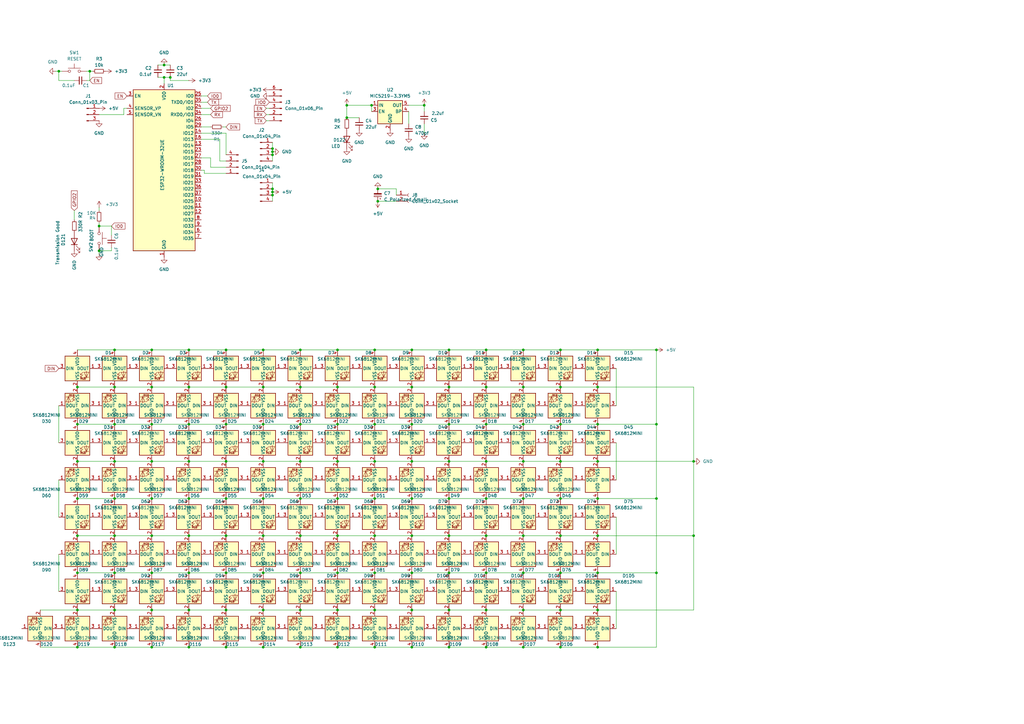
<source format=kicad_sch>
(kicad_sch (version 20250114) (generator "eeschema") (generator_version "9.0")
  (paper "A3")
  (lib_symbols
    (symbol "Connector:Conn_01x02_Socket" (pin_names (offset 1.016) (hide yes))
      (property "Reference" "J" (at 0 2.54 0))
      (property "Value" "Conn_01x02_Socket" (at 0 -5.08 0))
      (symbol "Conn_01x02_Socket_1_1"
        (pin passive line (at -5.08 0 0) (length 3.81) (name "Pin_1") (number "1"))
        (pin passive line (at -5.08 -2.54 0) (length 3.81) (name "Pin_2") (number "2"))
      )
    )
    (symbol "Connector:Conn_01x03_Pin" (pin_names (offset 1.016) (hide yes))
      (property "Reference" "J" (at 0 5.08 0))
      (property "Value" "Conn_01x03_Pin" (at 0 -5.08 0))
      (symbol "Conn_01x03_Pin_1_1"
        (pin passive line (at 5.08 2.54 180) (length 3.81) (name "Pin_1") (number "1"))
        (pin passive line (at 5.08 0 180) (length 3.81) (name "Pin_2") (number "2"))
        (pin passive line (at 5.08 -2.54 180) (length 3.81) (name "Pin_3") (number "3"))
      )
    )
    (symbol "Connector:Conn_01x04_Pin" (pin_names (offset 1.016) (hide yes))
      (property "Reference" "J" (at 0 5.08 0))
      (property "Value" "Conn_01x04_Pin" (at 0 -7.62 0))
      (symbol "Conn_01x04_Pin_1_1"
        (pin passive line (at 5.08 2.54 180) (length 3.81) (name "Pin_1") (number "1"))
        (pin passive line (at 5.08 0 180) (length 3.81) (name "Pin_2") (number "2"))
        (pin passive line (at 5.08 -2.54 180) (length 3.81) (name "Pin_3") (number "3"))
        (pin passive line (at 5.08 -5.08 180) (length 3.81) (name "Pin_4") (number "4"))
      )
    )
    (symbol "Connector:Conn_01x06_Pin" (pin_names (offset 1.016) (hide yes))
      (property "Reference" "J" (at 0 7.62 0))
      (property "Value" "Conn_01x06_Pin" (at 0 -10.16 0))
      (symbol "Conn_01x06_Pin_1_1"
        (pin passive line (at 5.08 5.08 180) (length 3.81) (name "Pin_1") (number "1"))
        (pin passive line (at 5.08 2.54 180) (length 3.81) (name "Pin_2") (number "2"))
        (pin passive line (at 5.08 0 180) (length 3.81) (name "Pin_3") (number "3"))
        (pin passive line (at 5.08 -2.54 180) (length 3.81) (name "Pin_4") (number "4"))
        (pin passive line (at 5.08 -5.08 180) (length 3.81) (name "Pin_5") (number "5"))
        (pin passive line (at 5.08 -7.62 180) (length 3.81) (name "Pin_6") (number "6"))
      )
    )
    (symbol "Device:C_Polarized_Small" (pin_numbers (hide yes)) (pin_names (offset 0.254) (hide yes))
      (property "Reference" "C" (at 0.254 1.778 0))
      (property "Value" "C_Polarized_Small" (at 0.254 -2.032 0))
      (symbol "C_Polarized_Small_1_1"
        (pin passive line (at 0 2.54 270) (length 1.8542) (name "~") (number "1"))
        (pin passive line (at 0 -2.54 90) (length 1.8542) (name "~") (number "2"))
      )
    )
    (symbol "Device:C_Small" (pin_numbers (hide yes)) (pin_names (offset 0.254) (hide yes))
      (property "Reference" "C" (at 0.254 1.778 0))
      (property "Value" "C_Small" (at 0.254 -2.032 0))
      (symbol "C_Small_1_1"
        (pin passive line (at 0 2.54 270) (length 2.032) (name "~") (number "1"))
        (pin passive line (at 0 -2.54 90) (length 2.032) (name "~") (number "2"))
      )
    )
    (symbol "Device:LED" (pin_numbers (hide yes)) (pin_names (offset 1.016) (hide yes))
      (property "Reference" "D" (at 0 2.54 0))
      (property "Value" "LED" (at 0 -2.54 0))
      (symbol "LED_1_1"
        (pin passive line (at -3.81 0 0) (length 2.54) (name "K") (number "1"))
        (pin passive line (at 3.81 0 180) (length 2.54) (name "A") (number "2"))
      )
    )
    (symbol "Device:R_Small" (pin_numbers (hide yes)) (pin_names (offset 0.254) (hide yes))
      (property "Reference" "R" (at 0.762 0.508 0))
      (property "Value" "R_Small" (at 0.762 -1.016 0))
      (symbol "R_Small_1_1"
        (pin passive line (at 0 2.54 270) (length 0.762) (name "~") (number "1"))
        (pin passive line (at 0 -2.54 90) (length 0.762) (name "~") (number "2"))
      )
    )
    (symbol "LED:SK6812MINI" (pin_names (offset 0.254))
      (property "Reference" "D" (at 5.08 5.715 0))
      (property "Value" "SK6812MINI" (at 1.27 -5.715 0))
      (symbol "SK6812MINI_0_0"
        (text "RGB" (at 2.286 -4.191 0) (effects (font (size 0.762 0.762))))
      )
      (symbol "SK6812MINI_1_1"
        (pin input line (at -7.62 0 0) (length 2.54) (name "DIN") (number "3"))
        (pin power_in line (at 0 7.62 270) (length 2.54) (name "VDD") (number "4"))
        (pin power_in line (at 0 -7.62 90) (length 2.54) (name "VSS") (number "2"))
        (pin output line (at 7.62 0 180) (length 2.54) (name "DOUT") (number "1"))
      )
    )
    (symbol "RF_Module:ESP32-WROOM-32UE"
      (property "Reference" "U" (at -12.7 34.29 0))
      (property "Value" "ESP32-WROOM-32UE" (at 1.27 34.29 0))
      (symbol "ESP32-WROOM-32UE_1_1"
        (pin input line (at -15.24 30.48 0) (length 2.54) (name "EN") (number "3"))
        (pin input line (at -15.24 25.4 0) (length 2.54) (name "SENSOR_VP") (number "4"))
        (pin input line (at -15.24 22.86 0) (length 2.54) (name "SENSOR_VN") (number "5"))
        (pin no_connect line (at -12.7 0 0) (length 2.54) (hide yes) (name "NC") (number "21"))
        (pin no_connect line (at -12.7 -2.54 0) (length 2.54) (hide yes) (name "NC") (number "22"))
        (pin no_connect line (at -12.7 -5.08 0) (length 2.54) (hide yes) (name "NC") (number "17"))
        (pin no_connect line (at -12.7 -7.62 0) (length 2.54) (hide yes) (name "NC") (number "18"))
        (pin no_connect line (at -12.7 -10.16 0) (length 2.54) (hide yes) (name "NC") (number "20"))
        (pin no_connect line (at -12.7 -12.7 0) (length 2.54) (hide yes) (name "NC") (number "19"))
        (pin no_connect line (at -12.7 -27.94 0) (length 2.54) (hide yes) (name "NC") (number "32"))
        (pin power_in line (at 0 35.56 270) (length 2.54) (name "VDD") (number "2"))
        (pin power_in line (at 0 -35.56 90) (length 2.54) (name "GND") (number "1"))
        (pin passive line (at 0 -35.56 90) (length 2.54) (hide yes) (name "GND") (number "15"))
        (pin passive line (at 0 -35.56 90) (length 2.54) (hide yes) (name "GND") (number "38"))
        (pin passive line (at 0 -35.56 90) (length 2.54) (hide yes) (name "GND") (number "39"))
        (pin bidirectional line (at 15.24 30.48 180) (length 2.54) (name "IO0") (number "25"))
        (pin bidirectional line (at 15.24 27.94 180) (length 2.54) (name "TXD0/IO1") (number "35"))
        (pin bidirectional line (at 15.24 25.4 180) (length 2.54) (name "IO2") (number "24"))
        (pin bidirectional line (at 15.24 22.86 180) (length 2.54) (name "RXD0/IO3") (number "34"))
        (pin bidirectional line (at 15.24 20.32 180) (length 2.54) (name "IO4") (number "26"))
        (pin bidirectional line (at 15.24 17.78 180) (length 2.54) (name "IO5") (number "29"))
        (pin bidirectional line (at 15.24 15.24 180) (length 2.54) (name "IO12") (number "14"))
        (pin bidirectional line (at 15.24 12.7 180) (length 2.54) (name "IO13") (number "16"))
        (pin bidirectional line (at 15.24 10.16 180) (length 2.54) (name "IO14") (number "13"))
        (pin bidirectional line (at 15.24 7.62 180) (length 2.54) (name "IO15") (number "23"))
        (pin bidirectional line (at 15.24 5.08 180) (length 2.54) (name "IO16") (number "27"))
        (pin bidirectional line (at 15.24 2.54 180) (length 2.54) (name "IO17") (number "28"))
        (pin bidirectional line (at 15.24 0 180) (length 2.54) (name "IO18") (number "30"))
        (pin bidirectional line (at 15.24 -2.54 180) (length 2.54) (name "IO19") (number "31"))
        (pin bidirectional line (at 15.24 -5.08 180) (length 2.54) (name "IO21") (number "33"))
        (pin bidirectional line (at 15.24 -7.62 180) (length 2.54) (name "IO22") (number "36"))
        (pin bidirectional line (at 15.24 -10.16 180) (length 2.54) (name "IO23") (number "37"))
        (pin bidirectional line (at 15.24 -12.7 180) (length 2.54) (name "IO25") (number "10"))
        (pin bidirectional line (at 15.24 -15.24 180) (length 2.54) (name "IO26") (number "11"))
        (pin bidirectional line (at 15.24 -17.78 180) (length 2.54) (name "IO27") (number "12"))
        (pin bidirectional line (at 15.24 -20.32 180) (length 2.54) (name "IO32") (number "8"))
        (pin bidirectional line (at 15.24 -22.86 180) (length 2.54) (name "IO33") (number "9"))
        (pin input line (at 15.24 -25.4 180) (length 2.54) (name "IO34") (number "6"))
        (pin input line (at 15.24 -27.94 180) (length 2.54) (name "IO35") (number "7"))
      )
    )
    (symbol "Regulator_Linear:MIC5219-3.3YM5" (pin_names (offset 0.254))
      (property "Reference" "U" (at -3.81 5.715 0))
      (property "Value" "MIC5219-3.3YM5" (at 0 5.715 0))
      (symbol "MIC5219-3.3YM5_1_1"
        (pin power_in line (at -7.62 2.54 0) (length 2.54) (name "IN") (number "1"))
        (pin input line (at -7.62 0 0) (length 2.54) (name "EN") (number "3"))
        (pin power_in line (at 0 -7.62 90) (length 2.54) (name "GND") (number "2"))
        (pin power_out line (at 7.62 2.54 180) (length 2.54) (name "OUT") (number "5"))
        (pin input line (at 7.62 0 180) (length 2.54) (name "BP") (number "4"))
      )
    )
    (symbol "Switch:SW_Push" (pin_numbers (hide yes)) (pin_names (offset 1.016) (hide yes))
      (property "Reference" "SW" (at 1.27 2.54 0))
      (property "Value" "SW_Push" (at 0 -1.524 0))
      (symbol "SW_Push_0_1"
        (pin passive line (at -5.08 0 0) (length 2.54) (name "1") (number "1"))
        (pin passive line (at 5.08 0 180) (length 2.54) (name "2") (number "2"))
      )
    )
    (symbol "power:+3V3" (power) (pin_numbers (hide yes)) (pin_names (offset 0) (hide yes))
      (property "Value" "+3V3" (at 0 3.556 0))
      (symbol "+3V3_1_1"
        (pin power_in line (at 0 0 90) (length 0) (name "~") (number "1"))
      )
    )
    (symbol "power:+5V" (power) (pin_numbers (hide yes)) (pin_names (offset 0) (hide yes))
      (property "Value" "+5V" (at 0 3.556 0))
      (symbol "+5V_1_1"
        (pin power_in line (at 0 0 90) (length 0) (name "~") (number "1"))
      )
    )
    (symbol "power:GND" (power) (pin_numbers (hide yes)) (pin_names (offset 0) (hide yes))
      (property "Value" "GND" (at 0 -3.81 0))
      (symbol "GND_1_1"
        (pin power_in line (at 0 0 270) (length 0) (name "~") (number "1"))
      )
    )
  )
  (junction (at 31.75 173.99))
  (junction (at 111.76 62.23))
  (junction (at 214.63 189.23))
  (junction (at 138.43 250.19))
  (junction (at 138.43 173.99))
  (junction (at 153.67 189.23))
  (junction (at 107.95 158.75))
  (junction (at 153.67 173.99))
  (junction (at 123.19 204.47))
  (junction (at 245.11 204.47))
  (junction (at 46.99 204.47))
  (junction (at 107.95 189.23))
  (junction (at 62.23 250.19))
  (junction (at 46.99 234.95))
  (junction (at 31.75 204.47))
  (junction (at 31.75 265.43))
  (junction (at 111.76 60.96))
  (junction (at 168.91 250.19))
  (junction (at 77.47 143.51))
  (junction (at 107.95 265.43))
  (junction (at 214.63 250.19))
  (junction (at 46.99 265.43))
  (junction (at 168.91 143.51))
  (junction (at 107.95 204.47))
  (junction (at 245.11 158.75))
  (junction (at 168.91 189.23))
  (junction (at 184.15 158.75))
  (junction (at 123.19 219.71))
  (junction (at 77.47 189.23))
  (junction (at 67.31 26.67))
  (junction (at 77.47 158.75))
  (junction (at 184.15 265.43))
  (junction (at 229.87 158.75))
  (junction (at 142.24 48.26))
  (junction (at 123.19 173.99))
  (junction (at 184.15 250.19))
  (junction (at 138.43 143.51))
  (junction (at 245.11 143.51))
  (junction (at 107.95 234.95))
  (junction (at 107.95 250.19))
  (junction (at 46.99 189.23))
  (junction (at 77.47 219.71))
  (junction (at 111.76 77.47))
  (junction (at 123.19 234.95))
  (junction (at 284.48 189.23))
  (junction (at 153.67 265.43))
  (junction (at 269.24 173.99))
  (junction (at 284.48 219.71))
  (junction (at 168.91 204.47))
  (junction (at 184.15 143.51))
  (junction (at 269.24 143.51))
  (junction (at 229.87 189.23))
  (junction (at 46.99 158.75))
  (junction (at 168.91 173.99))
  (junction (at 214.63 173.99))
  (junction (at 168.91 265.43))
  (junction (at 31.75 189.23))
  (junction (at 138.43 234.95))
  (junction (at 214.63 219.71))
  (junction (at 229.87 234.95))
  (junction (at 229.87 219.71))
  (junction (at 36.83 29.21))
  (junction (at 142.24 43.18))
  (junction (at 199.39 143.51))
  (junction (at 92.71 204.47))
  (junction (at 62.23 158.75))
  (junction (at 168.91 219.71))
  (junction (at 92.71 143.51))
  (junction (at 111.76 63.5))
  (junction (at 184.15 173.99))
  (junction (at 199.39 189.23))
  (junction (at 199.39 234.95))
  (junction (at 214.63 158.75))
  (junction (at 199.39 250.19))
  (junction (at 173.99 43.18))
  (junction (at 214.63 143.51))
  (junction (at 184.15 189.23))
  (junction (at 245.11 234.95))
  (junction (at 123.19 265.43))
  (junction (at 46.99 143.51))
  (junction (at 229.87 250.19))
  (junction (at 62.23 219.71))
  (junction (at 69.85 31.75))
  (junction (at 123.19 158.75))
  (junction (at 92.71 265.43))
  (junction (at 31.75 250.19))
  (junction (at 77.47 250.19))
  (junction (at 46.99 250.19))
  (junction (at 214.63 204.47))
  (junction (at 77.47 173.99))
  (junction (at 46.99 219.71))
  (junction (at 153.67 158.75))
  (junction (at 92.71 234.95))
  (junction (at 153.67 234.95))
  (junction (at 67.31 31.75))
  (junction (at 138.43 219.71))
  (junction (at 77.47 234.95))
  (junction (at 111.76 80.01))
  (junction (at 123.19 189.23))
  (junction (at 62.23 189.23))
  (junction (at 123.19 250.19))
  (junction (at 111.76 78.74))
  (junction (at 153.67 143.51))
  (junction (at 229.87 204.47))
  (junction (at 229.87 265.43))
  (junction (at 92.71 173.99))
  (junction (at 40.64 102.87))
  (junction (at 153.67 219.71))
  (junction (at 199.39 204.47))
  (junction (at 152.4 43.18))
  (junction (at 245.11 219.71))
  (junction (at 153.67 204.47))
  (junction (at 92.71 158.75))
  (junction (at 168.91 234.95))
  (junction (at 269.24 234.95))
  (junction (at 107.95 173.99))
  (junction (at 138.43 204.47))
  (junction (at 62.23 143.51))
  (junction (at 62.23 265.43))
  (junction (at 168.91 158.75))
  (junction (at 184.15 219.71))
  (junction (at 138.43 189.23))
  (junction (at 77.47 204.47))
  (junction (at 199.39 219.71))
  (junction (at 245.11 189.23))
  (junction (at 92.71 189.23))
  (junction (at 154.94 77.47))
  (junction (at 199.39 158.75))
  (junction (at 229.87 173.99))
  (junction (at 199.39 265.43))
  (junction (at 269.24 204.47))
  (junction (at 123.19 143.51))
  (junction (at 138.43 265.43))
  (junction (at 153.67 250.19))
  (junction (at 214.63 265.43))
  (junction (at 214.63 234.95))
  (junction (at 92.71 219.71))
  (junction (at 107.95 219.71))
  (junction (at 62.23 173.99))
  (junction (at 245.11 173.99))
  (junction (at 154.94 82.55))
  (junction (at 62.23 234.95))
  (junction (at 62.23 204.47))
  (junction (at 184.15 234.95))
  (junction (at 107.95 143.51))
  (junction (at 92.71 250.19))
  (junction (at 46.99 173.99))
  (junction (at 31.75 219.71))
  (junction (at 138.43 158.75))
  (junction (at 77.47 265.43))
  (junction (at 24.13 29.21))
  (junction (at 184.15 204.47))
  (junction (at 245.11 265.43))
  (junction (at 245.11 250.19))
  (junction (at 31.75 234.95))
  (junction (at 31.75 158.75))
  (junction (at 40.64 92.71))
  (junction (at 199.39 173.99))
  (junction (at 229.87 143.51))
  (wire (pts (xy 31.75 250.19) (xy 46.99 250.19)))
  (wire (pts (xy 31.75 189.23) (xy 46.99 189.23)))
  (wire (pts (xy 252.73 151.13) (xy 252.73 166.37)))
  (wire (pts (xy 107.95 173.99) (xy 123.19 173.99)))
  (wire (pts (xy 92.71 158.75) (xy 107.95 158.75)))
  (wire (pts (xy 31.75 234.95) (xy 46.99 234.95)))
  (wire (pts (xy 168.91 234.95) (xy 184.15 234.95)))
  (wire (pts (xy 138.43 204.47) (xy 153.67 204.47)))
  (wire (pts (xy 152.4 45.72) (xy 152.4 43.18)))
  (wire (pts (xy 62.23 143.51) (xy 77.47 143.51)))
  (wire (pts (xy 62.23 250.19) (xy 77.47 250.19)))
  (wire (pts (xy 86.36 44.45) (xy 82.55 44.45)))
  (wire (pts (xy 85.09 39.37) (xy 82.55 39.37)))
  (wire (pts (xy 214.63 250.19) (xy 229.87 250.19)))
  (wire (pts (xy 168.91 189.23) (xy 184.15 189.23)))
  (wire (pts (xy 252.73 212.09) (xy 252.73 227.33)))
  (wire (pts (xy 36.83 33.02) (xy 36.83 29.21)))
  (wire (pts (xy 168.91 219.71) (xy 184.15 219.71)))
  (wire (pts (xy 184.15 219.71) (xy 199.39 219.71)))
  (wire (pts (xy 229.87 219.71) (xy 245.11 219.71)))
  (wire (pts (xy 82.55 52.07) (xy 86.36 52.07)))
  (wire (pts (xy 168.91 204.47) (xy 184.15 204.47)))
  (wire (pts (xy 199.39 265.43) (xy 214.63 265.43)))
  (wire (pts (xy 82.55 64.77) (xy 86.36 64.77)))
  (wire (pts (xy 77.47 173.99) (xy 92.71 173.99)))
  (wire (pts (xy 86.36 64.77) (xy 86.36 68.58)))
  (wire (pts (xy 123.19 250.19) (xy 138.43 250.19)))
  (wire (pts (xy 50.8 46.99) (xy 50.8 44.45)))
  (wire (pts (xy 31.75 204.47) (xy 46.99 204.47)))
  (wire (pts (xy 123.19 189.23) (xy 138.43 189.23)))
  (wire (pts (xy 229.87 189.23) (xy 245.11 189.23)))
  (wire (pts (xy 92.71 54.61) (xy 92.71 63.5)))
  (wire (pts (xy 245.11 173.99) (xy 269.24 173.99)))
  (wire (pts (xy 109.22 49.53) (xy 110.49 49.53)))
  (wire (pts (xy 229.87 143.51) (xy 245.11 143.51)))
  (wire (pts (xy 184.15 234.95) (xy 199.39 234.95)))
  (wire (pts (xy 24.13 166.37) (xy 24.13 181.61)))
  (wire (pts (xy 92.71 219.71) (xy 107.95 219.71)))
  (wire (pts (xy 40.64 46.99) (xy 50.8 46.99)))
  (wire (pts (xy 92.71 204.47) (xy 107.95 204.47)))
  (wire (pts (xy 199.39 189.23) (xy 214.63 189.23)))
  (wire (pts (xy 111.76 78.74) (xy 111.76 80.01)))
  (wire (pts (xy 62.23 158.75) (xy 77.47 158.75)))
  (wire (pts (xy 142.24 48.26) (xy 147.32 48.26)))
  (wire (pts (xy 16.51 265.43) (xy 31.75 265.43)))
  (wire (pts (xy 168.91 158.75) (xy 184.15 158.75)))
  (wire (pts (xy 46.99 204.47) (xy 62.23 204.47)))
  (wire (pts (xy 173.99 45.72) (xy 173.99 43.18)))
  (wire (pts (xy 229.87 204.47) (xy 245.11 204.47)))
  (wire (pts (xy 245.11 143.51) (xy 269.24 143.51)))
  (wire (pts (xy 162.56 77.47) (xy 162.56 80.01)))
  (wire (pts (xy 30.48 33.02) (xy 24.13 33.02)))
  (wire (pts (xy 92.71 265.43) (xy 107.95 265.43)))
  (wire (pts (xy 82.55 54.61) (xy 92.71 54.61)))
  (wire (pts (xy 45.72 102.87) (xy 40.64 102.87)))
  (wire (pts (xy 138.43 189.23) (xy 153.67 189.23)))
  (wire (pts (xy 92.71 71.12) (xy 83.82 71.12)))
  (wire (pts (xy 138.43 265.43) (xy 153.67 265.43)))
  (wire (pts (xy 109.22 46.99) (xy 110.49 46.99)))
  (wire (pts (xy 77.47 33.02) (xy 69.85 33.02)))
  (wire (pts (xy 168.91 265.43) (xy 184.15 265.43)))
  (wire (pts (xy 199.39 234.95) (xy 214.63 234.95)))
  (wire (pts (xy 107.95 158.75) (xy 123.19 158.75)))
  (wire (pts (xy 173.99 50.8) (xy 173.99 54.61)))
  (wire (pts (xy 111.76 80.01) (xy 111.76 82.55)))
  (wire (pts (xy 138.43 173.99) (xy 153.67 173.99)))
  (wire (pts (xy 214.63 158.75) (xy 229.87 158.75)))
  (wire (pts (xy 184.15 143.51) (xy 199.39 143.51)))
  (wire (pts (xy 107.95 204.47) (xy 123.19 204.47)))
  (wire (pts (xy 107.95 143.51) (xy 123.19 143.51)))
  (wire (pts (xy 284.48 158.75) (xy 284.48 189.23)))
  (wire (pts (xy 214.63 265.43) (xy 229.87 265.43)))
  (wire (pts (xy 91.44 52.07) (xy 92.71 52.07)))
  (wire (pts (xy 45.72 92.71) (xy 45.72 96.52)))
  (wire (pts (xy 142.24 43.18) (xy 152.4 43.18)))
  (wire (pts (xy 123.19 204.47) (xy 138.43 204.47)))
  (wire (pts (xy 199.39 158.75) (xy 214.63 158.75)))
  (wire (pts (xy 86.36 46.99) (xy 82.55 46.99)))
  (wire (pts (xy 77.47 265.43) (xy 92.71 265.43)))
  (wire (pts (xy 62.23 219.71) (xy 77.47 219.71)))
  (wire (pts (xy 184.15 265.43) (xy 199.39 265.43)))
  (wire (pts (xy 245.11 158.75) (xy 284.48 158.75)))
  (wire (pts (xy 123.19 143.51) (xy 138.43 143.51)))
  (wire (pts (xy 245.11 250.19) (xy 284.48 250.19)))
  (wire (pts (xy 92.71 143.51) (xy 107.95 143.51)))
  (wire (pts (xy 64.77 26.67) (xy 67.31 26.67)))
  (wire (pts (xy 154.94 82.55) (xy 162.56 82.55)))
  (wire (pts (xy 38.1 29.21) (xy 36.83 29.21)))
  (wire (pts (xy 111.76 77.47) (xy 111.76 78.74)))
  (wire (pts (xy 269.24 265.43) (xy 269.24 234.95)))
  (wire (pts (xy 46.99 158.75) (xy 62.23 158.75)))
  (wire (pts (xy 24.13 227.33) (xy 24.13 242.57)))
  (wire (pts (xy 153.67 143.51) (xy 168.91 143.51)))
  (wire (pts (xy 245.11 189.23) (xy 284.48 189.23)))
  (wire (pts (xy 111.76 62.23) (xy 111.76 63.5)))
  (wire (pts (xy 138.43 219.71) (xy 153.67 219.71)))
  (wire (pts (xy 92.71 66.04) (xy 90.17 66.04)))
  (wire (pts (xy 153.67 158.75) (xy 168.91 158.75)))
  (wire (pts (xy 62.23 265.43) (xy 77.47 265.43)))
  (wire (pts (xy 111.76 74.93) (xy 111.76 77.47)))
  (wire (pts (xy 184.15 250.19) (xy 199.39 250.19)))
  (wire (pts (xy 153.67 173.99) (xy 168.91 173.99)))
  (wire (pts (xy 62.23 204.47) (xy 77.47 204.47)))
  (wire (pts (xy 269.24 204.47) (xy 269.24 173.99)))
  (wire (pts (xy 284.48 219.71) (xy 284.48 189.23)))
  (wire (pts (xy 229.87 158.75) (xy 245.11 158.75)))
  (wire (pts (xy 214.63 143.51) (xy 229.87 143.51)))
  (wire (pts (xy 199.39 173.99) (xy 214.63 173.99)))
  (wire (pts (xy 168.91 250.19) (xy 184.15 250.19)))
  (wire (pts (xy 92.71 250.19) (xy 107.95 250.19)))
  (wire (pts (xy 83.82 71.12) (xy 83.82 69.85)))
  (wire (pts (xy 86.36 68.58) (xy 92.71 68.58)))
  (wire (pts (xy 67.31 31.75) (xy 67.31 34.29)))
  (wire (pts (xy 90.17 57.15) (xy 82.55 57.15)))
  (wire (pts (xy 67.31 26.67) (xy 69.85 26.67)))
  (wire (pts (xy 269.24 234.95) (xy 269.24 204.47)))
  (wire (pts (xy 24.13 33.02) (xy 24.13 29.21)))
  (wire (pts (xy 40.64 104.14) (xy 40.64 102.87)))
  (wire (pts (xy 40.64 91.44) (xy 40.64 92.71)))
  (wire (pts (xy 214.63 189.23) (xy 229.87 189.23)))
  (wire (pts (xy 69.85 33.02) (xy 69.85 31.75)))
  (wire (pts (xy 92.71 189.23) (xy 107.95 189.23)))
  (wire (pts (xy 153.67 219.71) (xy 168.91 219.71)))
  (wire (pts (xy 31.75 143.51) (xy 46.99 143.51)))
  (wire (pts (xy 138.43 250.19) (xy 153.67 250.19)))
  (wire (pts (xy 31.75 219.71) (xy 46.99 219.71)))
  (wire (pts (xy 77.47 204.47) (xy 92.71 204.47)))
  (wire (pts (xy 77.47 250.19) (xy 92.71 250.19)))
  (wire (pts (xy 123.19 219.71) (xy 138.43 219.71)))
  (wire (pts (xy 30.48 86.36) (xy 30.48 90.17)))
  (wire (pts (xy 245.11 204.47) (xy 269.24 204.47)))
  (wire (pts (xy 85.09 41.91) (xy 82.55 41.91)))
  (wire (pts (xy 64.77 31.75) (xy 67.31 31.75)))
  (wire (pts (xy 229.87 265.43) (xy 245.11 265.43)))
  (wire (pts (xy 184.15 189.23) (xy 199.39 189.23)))
  (wire (pts (xy 111.76 58.42) (xy 111.76 60.96)))
  (wire (pts (xy 168.91 143.51) (xy 184.15 143.51)))
  (wire (pts (xy 138.43 234.95) (xy 153.67 234.95)))
  (wire (pts (xy 229.87 250.19) (xy 245.11 250.19)))
  (wire (pts (xy 31.75 158.75) (xy 46.99 158.75)))
  (wire (pts (xy 199.39 250.19) (xy 214.63 250.19)))
  (wire (pts (xy 167.64 50.8) (xy 167.64 45.72)))
  (wire (pts (xy 50.8 44.45) (xy 52.07 44.45)))
  (wire (pts (xy 107.95 250.19) (xy 123.19 250.19)))
  (wire (pts (xy 154.94 77.47) (xy 162.56 77.47)))
  (wire (pts (xy 107.95 265.43) (xy 123.19 265.43)))
  (wire (pts (xy 77.47 143.51) (xy 92.71 143.51)))
  (wire (pts (xy 123.19 158.75) (xy 138.43 158.75)))
  (wire (pts (xy 184.15 173.99) (xy 199.39 173.99)))
  (wire (pts (xy 62.23 189.23) (xy 77.47 189.23)))
  (wire (pts (xy 107.95 189.23) (xy 123.19 189.23)))
  (wire (pts (xy 62.23 234.95) (xy 77.47 234.95)))
  (wire (pts (xy 90.17 66.04) (xy 90.17 57.15)))
  (wire (pts (xy 67.31 31.75) (xy 69.85 31.75)))
  (wire (pts (xy 153.67 250.19) (xy 168.91 250.19)))
  (wire (pts (xy 24.13 29.21) (xy 25.4 29.21)))
  (wire (pts (xy 214.63 173.99) (xy 229.87 173.99)))
  (wire (pts (xy 168.91 173.99) (xy 184.15 173.99)))
  (wire (pts (xy 153.67 234.95) (xy 168.91 234.95)))
  (wire (pts (xy 229.87 234.95) (xy 245.11 234.95)))
  (wire (pts (xy 167.64 43.18) (xy 173.99 43.18)))
  (wire (pts (xy 31.75 265.43) (xy 46.99 265.43)))
  (wire (pts (xy 46.99 189.23) (xy 62.23 189.23)))
  (wire (pts (xy 40.64 86.36) (xy 40.64 85.09)))
  (wire (pts (xy 16.51 250.19) (xy 31.75 250.19)))
  (wire (pts (xy 77.47 158.75) (xy 92.71 158.75)))
  (wire (pts (xy 184.15 204.47) (xy 199.39 204.47)))
  (wire (pts (xy 153.67 204.47) (xy 168.91 204.47)))
  (wire (pts (xy 269.24 173.99) (xy 269.24 143.51)))
  (wire (pts (xy 153.67 265.43) (xy 168.91 265.43)))
  (wire (pts (xy 109.22 44.45) (xy 110.49 44.45)))
  (wire (pts (xy 31.75 173.99) (xy 46.99 173.99)))
  (wire (pts (xy 214.63 204.47) (xy 229.87 204.47)))
  (wire (pts (xy 138.43 143.51) (xy 153.67 143.51)))
  (wire (pts (xy 252.73 181.61) (xy 252.73 196.85)))
  (wire (pts (xy 214.63 219.71) (xy 229.87 219.71)))
  (wire (pts (xy 92.71 173.99) (xy 107.95 173.99)))
  (wire (pts (xy 123.19 173.99) (xy 138.43 173.99)))
  (wire (pts (xy 142.24 43.18) (xy 142.24 48.26)))
  (wire (pts (xy 46.99 173.99) (xy 62.23 173.99)))
  (wire (pts (xy 62.23 173.99) (xy 77.47 173.99)))
  (wire (pts (xy 45.72 92.71) (xy 40.64 92.71)))
  (wire (pts (xy 24.13 196.85) (xy 24.13 212.09)))
  (wire (pts (xy 184.15 158.75) (xy 199.39 158.75)))
  (wire (pts (xy 245.11 219.71) (xy 284.48 219.71)))
  (wire (pts (xy 92.71 234.95) (xy 107.95 234.95)))
  (wire (pts (xy 46.99 250.19) (xy 62.23 250.19)))
  (wire (pts (xy 245.11 265.43) (xy 269.24 265.43)))
  (wire (pts (xy 199.39 204.47) (xy 214.63 204.47)))
  (wire (pts (xy 36.83 29.21) (xy 35.56 29.21)))
  (wire (pts (xy 46.99 234.95) (xy 62.23 234.95)))
  (wire (pts (xy 138.43 158.75) (xy 153.67 158.75)))
  (wire (pts (xy 153.67 189.23) (xy 168.91 189.23)))
  (wire (pts (xy 46.99 219.71) (xy 62.23 219.71)))
  (wire (pts (xy 22.86 29.21) (xy 24.13 29.21)))
  (wire (pts (xy 111.76 63.5) (xy 111.76 66.04)))
  (wire (pts (xy 107.95 219.71) (xy 123.19 219.71)))
  (wire (pts (xy 83.82 69.85) (xy 82.55 69.85)))
  (wire (pts (xy 245.11 234.95) (xy 269.24 234.95)))
  (wire (pts (xy 199.39 143.51) (xy 214.63 143.51)))
  (wire (pts (xy 111.76 60.96) (xy 111.76 62.23)))
  (wire (pts (xy 77.47 189.23) (xy 92.71 189.23)))
  (wire (pts (xy 284.48 250.19) (xy 284.48 219.71)))
  (wire (pts (xy 45.72 101.6) (xy 45.72 102.87)))
  (wire (pts (xy 77.47 234.95) (xy 92.71 234.95)))
  (wire (pts (xy 123.19 234.95) (xy 138.43 234.95)))
  (wire (pts (xy 107.95 234.95) (xy 123.19 234.95)))
  (wire (pts (xy 46.99 265.43) (xy 62.23 265.43)))
  (wire (pts (xy 77.47 219.71) (xy 92.71 219.71)))
  (wire (pts (xy 229.87 173.99) (xy 245.11 173.99)))
  (wire (pts (xy 123.19 265.43) (xy 138.43 265.43)))
  (wire (pts (xy 46.99 143.51) (xy 62.23 143.51)))
  (wire (pts (xy 199.39 219.71) (xy 214.63 219.71)))
  (wire (pts (xy 35.56 33.02) (xy 36.83 33.02)))
  (wire (pts (xy 214.63 234.95) (xy 229.87 234.95)))
  (wire (pts (xy 252.73 242.57) (xy 252.73 257.81)))
  (global_label "EN" (shape input) (at 36.83 33.02 0) (property "Intersheetrefs" "${INTERSHEET_REFS}" (effects (hide yes))))
  (global_label "DIN" (shape input) (at 92.71 52.07 0) (property "Intersheetrefs" "${INTERSHEET_REFS}" (effects (hide yes))))
  (global_label "GPIO2" (shape input) (at 30.48 86.36 90) (property "Intersheetrefs" "${INTERSHEET_REFS}" (effects (hide yes))))
  (global_label "IO0" (shape input) (at 85.09 39.37 0) (property "Intersheetrefs" "${INTERSHEET_REFS}" (effects (hide yes))))
  (global_label "DIN" (shape input) (at 24.13 151.13 180) (property "Intersheetrefs" "${INTERSHEET_REFS}" (effects (hide yes))))
  (global_label "IO0" (shape input) (at 110.49 41.91 180) (property "Intersheetrefs" "${INTERSHEET_REFS}" (effects (hide yes))))
  (global_label "EN" (shape input) (at 52.07 39.37 180) (property "Intersheetrefs" "${INTERSHEET_REFS}" (effects (hide yes))))
  (global_label "TX" (shape input) (at 109.22 49.53 180) (property "Intersheetrefs" "${INTERSHEET_REFS}" (effects (hide yes))))
  (global_label "GPIO2" (shape input) (at 86.36 44.45 0) (property "Intersheetrefs" "${INTERSHEET_REFS}" (effects (hide yes))))
  (global_label "RX" (shape input) (at 109.22 46.99 180) (property "Intersheetrefs" "${INTERSHEET_REFS}" (effects (hide yes))))
  (global_label "IO0" (shape input) (at 45.72 92.71 0) (property "Intersheetrefs" "${INTERSHEET_REFS}" (effects (hide yes))))
  (global_label "EN" (shape input) (at 109.22 44.45 180) (property "Intersheetrefs" "${INTERSHEET_REFS}" (effects (hide yes))))
  (global_label "RX" (shape input) (at 86.36 46.99 0) (property "Intersheetrefs" "${INTERSHEET_REFS}" (effects (hide yes))))
  (global_label "TX" (shape input) (at 85.09 41.91 0) (property "Intersheetrefs" "${INTERSHEET_REFS}" (effects (hide yes))))
  (symbol (lib_id "power:GND") (at 154.94 77.47 180) (unit 1)
    (property "Reference" "#PWR027" (effects (hide yes)))
    (property "Value" "GND" (at 154.94 72.39 0))
    (property "Description" "Power symbol creates a global label with name \"GND\" , ground" (effects (hide yes)))
  )
  (symbol (lib_id "power:+5V") (at 40.64 44.45 270) (unit 1)
    (property "Reference" "#PWR032" (effects (hide yes)))
    (property "Value" "+5V" (at 44.45 44.4499 90) (effects (justify left)))
    (property "Description" "Power symbol creates a global label with name \"+5V\"" (effects (hide yes)))
  )
  (symbol (lib_id "LED:SK6812MINI") (at 199.39 227.33 180) (unit 1)
    (property "Reference" "D79" (at 186.69 233.7502 0))
    (property "Value" "SK6812MINI" (at 186.69 231.2102 0))
    (property "Footprint" "LED_SMD:LED_SK6812MINI_PLCC4_3.5x3.5mm_P1.75mm" (effects (hide yes)))
    (property "Datasheet" "https://cdn-shop.adafruit.com/product-files/2686/SK6812MINI_REV.01-1-2.pdf" (effects (hide yes)))
    (property "Description" "RGB LED with integrated controller" (effects (hide yes)))
  )
  (symbol (lib_id "Device:C_Small") (at 147.32 50.8 0) (unit 1)
    (property "Reference" "C4" (at 149.86 49.5362 0) (effects (justify left)))
    (property "Value" "22uF" (at 149.86 52.0762 0) (effects (justify left)))
    (property "Footprint" "Capacitor_SMD:C_0805_2012Metric_Pad1.18x1.45mm_HandSolder" (effects (hide yes)))
    (property "Description" "Unpolarized capacitor, small symbol" (effects (hide yes)))
  )
  (symbol (lib_id "LED:SK6812MINI") (at 229.87 196.85 180) (unit 1)
    (property "Reference" "D47" (at 217.17 203.2702 0))
    (property "Value" "SK6812MINI" (at 217.17 200.7302 0))
    (property "Footprint" "LED_SMD:LED_SK6812MINI_PLCC4_3.5x3.5mm_P1.75mm" (effects (hide yes)))
    (property "Datasheet" "https://cdn-shop.adafruit.com/product-files/2686/SK6812MINI_REV.01-1-2.pdf" (effects (hide yes)))
    (property "Description" "RGB LED with integrated controller" (effects (hide yes)))
  )
  (symbol (lib_id "power:GND") (at 40.64 104.14 0) (mirror y) (unit 1)
    (property "Reference" "#PWR09" (effects (hide yes)))
    (property "Value" "GND" (at 41.656 105.41 90) (effects (justify left)))
    (property "Description" "Power symbol creates a global label with name \"GND\" , ground" (effects (hide yes)))
  )
  (symbol (lib_id "power:+5V") (at 154.94 82.55 180) (unit 1)
    (property "Reference" "#PWR025" (effects (hide yes)))
    (property "Value" "+5V" (at 154.94 87.63 0))
    (property "Description" "Power symbol creates a global label with name \"+5V\"" (effects (hide yes)))
  )
  (symbol (lib_id "LED:SK6812MINI") (at 92.71 227.33 180) (unit 1)
    (property "Reference" "D86" (at 80.01 233.7502 0))
    (property "Value" "SK6812MINI" (at 80.01 231.2102 0))
    (property "Footprint" "LED_SMD:LED_SK6812MINI_PLCC4_3.5x3.5mm_P1.75mm" (effects (hide yes)))
    (property "Datasheet" "https://cdn-shop.adafruit.com/product-files/2686/SK6812MINI_REV.01-1-2.pdf" (effects (hide yes)))
    (property "Description" "RGB LED with integrated controller" (effects (hide yes)))
  )
  (symbol (lib_id "LED:SK6812MINI") (at 138.43 242.57 0) (unit 1)
    (property "Reference" "D98" (at 151.13 236.1498 0))
    (property "Value" "SK6812MINI" (at 151.13 238.6898 0))
    (property "Footprint" "LED_SMD:LED_SK6812MINI_PLCC4_3.5x3.5mm_P1.75mm" (effects (hide yes)))
    (property "Datasheet" "https://cdn-shop.adafruit.com/product-files/2686/SK6812MINI_REV.01-1-2.pdf" (effects (hide yes)))
    (property "Description" "RGB LED with integrated controller" (effects (hide yes)))
  )
  (symbol (lib_id "LED:SK6812MINI") (at 92.71 257.81 180) (unit 1)
    (property "Reference" "D116" (at 80.01 264.2302 0))
    (property "Value" "SK6812MINI" (at 80.01 261.6902 0))
    (property "Footprint" "LED_SMD:LED_SK6812MINI_PLCC4_3.5x3.5mm_P1.75mm" (effects (hide yes)))
    (property "Datasheet" "https://cdn-shop.adafruit.com/product-files/2686/SK6812MINI_REV.01-1-2.pdf" (effects (hide yes)))
    (property "Description" "RGB LED with integrated controller" (effects (hide yes)))
  )
  (symbol (lib_id "LED:SK6812MINI") (at 77.47 227.33 180) (unit 1)
    (property "Reference" "D87" (at 64.77 233.7502 0))
    (property "Value" "SK6812MINI" (at 64.77 231.2102 0))
    (property "Footprint" "LED_SMD:LED_SK6812MINI_PLCC4_3.5x3.5mm_P1.75mm" (effects (hide yes)))
    (property "Datasheet" "https://cdn-shop.adafruit.com/product-files/2686/SK6812MINI_REV.01-1-2.pdf" (effects (hide yes)))
    (property "Description" "RGB LED with integrated controller" (effects (hide yes)))
  )
  (symbol (lib_id "power:+3V3") (at 77.47 33.02 270) (unit 1)
    (property "Reference" "#PWR013" (effects (hide yes)))
    (property "Value" "+3V3" (at 81.28 33.0199 90) (effects (justify left)))
    (property "Description" "Power symbol creates a global label with name \"+3V3\"" (effects (hide yes)))
  )
  (symbol (lib_id "Device:R_Small") (at 88.9 52.07 270) (mirror x) (unit 1)
    (property "Reference" "R1" (at 88.9 57.15 90))
    (property "Value" "330r" (at 88.9 54.61 90))
    (property "Footprint" "Resistor_SMD:R_0603_1608Metric_Pad0.98x0.95mm_HandSolder" (effects (hide yes)))
    (property "Description" "Resistor, small symbol" (effects (hide yes)))
  )
  (symbol (lib_id "LED:SK6812MINI") (at 31.75 227.33 180) (unit 1)
    (property "Reference" "D90" (at 19.05 233.7502 0))
    (property "Value" "SK6812MINI" (at 19.05 231.2102 0))
    (property "Footprint" "LED_SMD:LED_SK6812MINI_PLCC4_3.5x3.5mm_P1.75mm" (effects (hide yes)))
    (property "Datasheet" "https://cdn-shop.adafruit.com/product-files/2686/SK6812MINI_REV.01-1-2.pdf" (effects (hide yes)))
    (property "Description" "RGB LED with integrated controller" (effects (hide yes)))
  )
  (symbol (lib_id "Connector:Conn_01x04_Pin") (at 106.68 60.96 0) (unit 1)
    (property "Reference" "J2" (at 107.315 53.34 0))
    (property "Value" "Conn_01x04_Pin" (at 107.315 55.88 0))
    (property "Footprint" "Connector_PinHeader_2.54mm:PinHeader_1x04_P2.54mm_Vertical" (effects (hide yes)))
    (property "Description" "Generic connector, single row, 01x04, script generated" (effects (hide yes)))
  )
  (symbol (lib_id "LED:SK6812MINI") (at 229.87 212.09 0) (unit 1)
    (property "Reference" "D74" (at 242.57 205.6698 0))
    (property "Value" "SK6812MINI" (at 242.57 208.2098 0))
    (property "Footprint" "LED_SMD:LED_SK6812MINI_PLCC4_3.5x3.5mm_P1.75mm" (effects (hide yes)))
    (property "Datasheet" "https://cdn-shop.adafruit.com/product-files/2686/SK6812MINI_REV.01-1-2.pdf" (effects (hide yes)))
    (property "Description" "RGB LED with integrated controller" (effects (hide yes)))
  )
  (symbol (lib_id "LED:SK6812MINI") (at 46.99 212.09 0) (unit 1)
    (property "Reference" "D62" (at 59.69 205.6698 0))
    (property "Value" "SK6812MINI" (at 59.69 208.2098 0))
    (property "Footprint" "LED_SMD:LED_SK6812MINI_PLCC4_3.5x3.5mm_P1.75mm" (effects (hide yes)))
    (property "Datasheet" "https://cdn-shop.adafruit.com/product-files/2686/SK6812MINI_REV.01-1-2.pdf" (effects (hide yes)))
    (property "Description" "RGB LED with integrated controller" (effects (hide yes)))
  )
  (symbol (lib_id "LED:SK6812MINI") (at 62.23 196.85 180) (unit 1)
    (property "Reference" "D58" (at 49.53 203.2702 0))
    (property "Value" "SK6812MINI" (at 49.53 200.7302 0))
    (property "Footprint" "LED_SMD:LED_SK6812MINI_PLCC4_3.5x3.5mm_P1.75mm" (effects (hide yes)))
    (property "Datasheet" "https://cdn-shop.adafruit.com/product-files/2686/SK6812MINI_REV.01-1-2.pdf" (effects (hide yes)))
    (property "Description" "RGB LED with integrated controller" (effects (hide yes)))
  )
  (symbol (lib_id "LED:SK6812MINI") (at 229.87 181.61 0) (unit 1)
    (property "Reference" "D44" (at 242.57 175.1898 0))
    (property "Value" "SK6812MINI" (at 242.57 177.7298 0))
    (property "Footprint" "LED_SMD:LED_SK6812MINI_PLCC4_3.5x3.5mm_P1.75mm" (effects (hide yes)))
    (property "Datasheet" "https://cdn-shop.adafruit.com/product-files/2686/SK6812MINI_REV.01-1-2.pdf" (effects (hide yes)))
    (property "Description" "RGB LED with integrated controller" (effects (hide yes)))
  )
  (symbol (lib_id "LED:SK6812MINI") (at 107.95 151.13 0) (unit 1)
    (property "Reference" "D6" (at 120.65 144.7098 0))
    (property "Value" "SK6812MINI" (at 120.65 147.2498 0))
    (property "Footprint" "LED_SMD:LED_SK6812MINI_PLCC4_3.5x3.5mm_P1.75mm" (effects (hide yes)))
    (property "Datasheet" "https://cdn-shop.adafruit.com/product-files/2686/SK6812MINI_REV.01-1-2.pdf" (effects (hide yes)))
    (property "Description" "RGB LED with integrated controller" (effects (hide yes)))
  )
  (symbol (lib_id "power:+5V") (at 142.24 43.18 0) (unit 1)
    (property "Reference" "#PWR022" (effects (hide yes)))
    (property "Value" "+5V" (at 142.24 38.1 0))
    (property "Description" "Power symbol creates a global label with name \"+5V\"" (effects (hide yes)))
  )
  (symbol (lib_id "LED:SK6812MINI") (at 138.43 227.33 180) (unit 1)
    (property "Reference" "D83" (at 125.73 233.7502 0))
    (property "Value" "SK6812MINI" (at 125.73 231.2102 0))
    (property "Footprint" "LED_SMD:LED_SK6812MINI_PLCC4_3.5x3.5mm_P1.75mm" (effects (hide yes)))
    (property "Datasheet" "https://cdn-shop.adafruit.com/product-files/2686/SK6812MINI_REV.01-1-2.pdf" (effects (hide yes)))
    (property "Description" "RGB LED with integrated controller" (effects (hide yes)))
  )
  (symbol (lib_id "LED:SK6812MINI") (at 62.23 166.37 180) (unit 1)
    (property "Reference" "D28" (at 49.53 172.7902 0))
    (property "Value" "SK6812MINI" (at 49.53 170.2502 0))
    (property "Footprint" "LED_SMD:LED_SK6812MINI_PLCC4_3.5x3.5mm_P1.75mm" (effects (hide yes)))
    (property "Datasheet" "https://cdn-shop.adafruit.com/product-files/2686/SK6812MINI_REV.01-1-2.pdf" (effects (hide yes)))
    (property "Description" "RGB LED with integrated controller" (effects (hide yes)))
  )
  (symbol (lib_id "LED:SK6812MINI") (at 184.15 242.57 0) (unit 1)
    (property "Reference" "D101" (at 196.85 236.1498 0))
    (property "Value" "SK6812MINI" (at 196.85 238.6898 0))
    (property "Footprint" "LED_SMD:LED_SK6812MINI_PLCC4_3.5x3.5mm_P1.75mm" (effects (hide yes)))
    (property "Datasheet" "https://cdn-shop.adafruit.com/product-files/2686/SK6812MINI_REV.01-1-2.pdf" (effects (hide yes)))
    (property "Description" "RGB LED with integrated controller" (effects (hide yes)))
  )
  (symbol (lib_id "Device:R_Small") (at 40.64 88.9 0) (mirror x) (unit 1)
    (property "Reference" "R4" (at 36.576 89.408 0) (effects (justify left)))
    (property "Value" "10K" (at 35.56 87.376 0) (effects (justify left)))
    (property "Footprint" "Resistor_SMD:R_0805_2012Metric_Pad1.20x1.40mm_HandSolder" (effects (hide yes)))
    (property "Description" "Resistor, small symbol" (effects (hide yes)))
  )
  (symbol (lib_id "LED:SK6812MINI") (at 214.63 242.57 0) (unit 1)
    (property "Reference" "D103" (at 227.33 236.1498 0))
    (property "Value" "SK6812MINI" (at 227.33 238.6898 0))
    (property "Footprint" "LED_SMD:LED_SK6812MINI_PLCC4_3.5x3.5mm_P1.75mm" (effects (hide yes)))
    (property "Datasheet" "https://cdn-shop.adafruit.com/product-files/2686/SK6812MINI_REV.01-1-2.pdf" (effects (hide yes)))
    (property "Description" "RGB LED with integrated controller" (effects (hide yes)))
  )
  (symbol (lib_id "LED:SK6812MINI") (at 245.11 212.09 0) (unit 1)
    (property "Reference" "D75" (at 257.81 205.6698 0))
    (property "Value" "SK6812MINI" (at 257.81 208.2098 0))
    (property "Footprint" "LED_SMD:LED_SK6812MINI_PLCC4_3.5x3.5mm_P1.75mm" (effects (hide yes)))
    (property "Datasheet" "https://cdn-shop.adafruit.com/product-files/2686/SK6812MINI_REV.01-1-2.pdf" (effects (hide yes)))
    (property "Description" "RGB LED with integrated controller" (effects (hide yes)))
  )
  (symbol (lib_id "LED:SK6812MINI") (at 168.91 166.37 180) (unit 1)
    (property "Reference" "D21" (at 156.21 172.7902 0))
    (property "Value" "SK6812MINI" (at 156.21 170.2502 0))
    (property "Footprint" "LED_SMD:LED_SK6812MINI_PLCC4_3.5x3.5mm_P1.75mm" (effects (hide yes)))
    (property "Datasheet" "https://cdn-shop.adafruit.com/product-files/2686/SK6812MINI_REV.01-1-2.pdf" (effects (hide yes)))
    (property "Description" "RGB LED with integrated controller" (effects (hide yes)))
  )
  (symbol (lib_id "LED:SK6812MINI") (at 153.67 227.33 180) (unit 1)
    (property "Reference" "D82" (at 140.97 233.7502 0))
    (property "Value" "SK6812MINI" (at 140.97 231.2102 0))
    (property "Footprint" "LED_SMD:LED_SK6812MINI_PLCC4_3.5x3.5mm_P1.75mm" (effects (hide yes)))
    (property "Datasheet" "https://cdn-shop.adafruit.com/product-files/2686/SK6812MINI_REV.01-1-2.pdf" (effects (hide yes)))
    (property "Description" "RGB LED with integrated controller" (effects (hide yes)))
  )
  (symbol (lib_id "power:+3V3") (at 40.64 85.09 0) (mirror y) (unit 1)
    (property "Reference" "#PWR08" (effects (hide yes)))
    (property "Value" "+3V3" (at 43.18 83.8199 0) (effects (justify right)))
    (property "Description" "Power symbol creates a global label with name \"+3V3\"" (effects (hide yes)))
  )
  (symbol (lib_id "LED:SK6812MINI") (at 31.75 196.85 180) (unit 1)
    (property "Reference" "D60" (at 19.05 203.2702 0))
    (property "Value" "SK6812MINI" (at 19.05 200.7302 0))
    (property "Footprint" "LED_SMD:LED_SK6812MINI_PLCC4_3.5x3.5mm_P1.75mm" (effects (hide yes)))
    (property "Datasheet" "https://cdn-shop.adafruit.com/product-files/2686/SK6812MINI_REV.01-1-2.pdf" (effects (hide yes)))
    (property "Description" "RGB LED with integrated controller" (effects (hide yes)))
  )
  (symbol (lib_id "power:GND") (at 67.31 26.67 180) (unit 1)
    (property "Reference" "#PWR011" (effects (hide yes)))
    (property "Value" "GND" (at 67.31 21.59 0))
    (property "Description" "Power symbol creates a global label with name \"GND\" , ground" (effects (hide yes)))
  )
  (symbol (lib_id "LED:SK6812MINI") (at 107.95 166.37 180) (unit 1)
    (property "Reference" "D25" (at 95.25 172.7902 0))
    (property "Value" "SK6812MINI" (at 95.25 170.2502 0))
    (property "Footprint" "LED_SMD:LED_SK6812MINI_PLCC4_3.5x3.5mm_P1.75mm" (effects (hide yes)))
    (property "Datasheet" "https://cdn-shop.adafruit.com/product-files/2686/SK6812MINI_REV.01-1-2.pdf" (effects (hide yes)))
    (property "Description" "RGB LED with integrated controller" (effects (hide yes)))
  )
  (symbol (lib_id "LED:SK6812MINI") (at 62.23 242.57 0) (unit 1)
    (property "Reference" "D93" (at 74.93 236.1498 0))
    (property "Value" "SK6812MINI" (at 74.93 238.6898 0))
    (property "Footprint" "LED_SMD:LED_SK6812MINI_PLCC4_3.5x3.5mm_P1.75mm" (effects (hide yes)))
    (property "Datasheet" "https://cdn-shop.adafruit.com/product-files/2686/SK6812MINI_REV.01-1-2.pdf" (effects (hide yes)))
    (property "Description" "RGB LED with integrated controller" (effects (hide yes)))
  )
  (symbol (lib_id "Regulator_Linear:MIC5219-3.3YM5") (at 160.02 45.72 0) (unit 1)
    (property "Reference" "U2" (at 160.02 36.83 0))
    (property "Value" "MIC5219-3.3YM5" (at 160.02 39.37 0))
    (property "Footprint" "Package_TO_SOT_SMD:SOT-23-5" (effects (hide yes)))
    (property "Datasheet" "http://ww1.microchip.com/downloads/en/DeviceDoc/MIC5219-500mA-Peak-Output-LDO-Regulator-DS20006021A.pdf" (effects (hide yes)))
    (property "Description" "500mA low dropout linear regulator, fixed 3.3V output, SOT-23-5" (effects (hide yes)))
  )
  (symbol (lib_id "LED:SK6812MINI") (at 46.99 227.33 180) (unit 1)
    (property "Reference" "D89" (at 34.29 233.7502 0))
    (property "Value" "SK6812MINI" (at 34.29 231.2102 0))
    (property "Footprint" "LED_SMD:LED_SK6812MINI_PLCC4_3.5x3.5mm_P1.75mm" (effects (hide yes)))
    (property "Datasheet" "https://cdn-shop.adafruit.com/product-files/2686/SK6812MINI_REV.01-1-2.pdf" (effects (hide yes)))
    (property "Description" "RGB LED with integrated controller" (effects (hide yes)))
  )
  (symbol (lib_id "LED:SK6812MINI") (at 184.15 212.09 0) (unit 1)
    (property "Reference" "D71" (at 196.85 205.6698 0))
    (property "Value" "SK6812MINI" (at 196.85 208.2098 0))
    (property "Footprint" "LED_SMD:LED_SK6812MINI_PLCC4_3.5x3.5mm_P1.75mm" (effects (hide yes)))
    (property "Datasheet" "https://cdn-shop.adafruit.com/product-files/2686/SK6812MINI_REV.01-1-2.pdf" (effects (hide yes)))
    (property "Description" "RGB LED with integrated controller" (effects (hide yes)))
  )
  (symbol (lib_id "Connector:Conn_01x04_Pin") (at 106.68 77.47 0) (unit 1)
    (property "Reference" "J4" (at 107.315 69.85 0))
    (property "Value" "Conn_01x04_Pin" (at 107.315 72.39 0))
    (property "Footprint" "Connector_PinHeader_2.54mm:PinHeader_1x04_P2.54mm_Vertical" (effects (hide yes)))
    (property "Description" "Generic connector, single row, 01x04, script generated" (effects (hide yes)))
  )
  (symbol (lib_id "power:+3V3") (at 110.49 36.83 90) (unit 1)
    (property "Reference" "#PWR014" (effects (hide yes)))
    (property "Value" "+3V3" (at 104.648 36.83 90))
    (property "Description" "Power symbol creates a global label with name \"+3V3\"" (effects (hide yes)))
  )
  (symbol (lib_id "LED:SK6812MINI") (at 168.91 257.81 180) (unit 1)
    (property "Reference" "D111" (at 156.21 264.2302 0))
    (property "Value" "SK6812MINI" (at 156.21 261.6902 0))
    (property "Footprint" "LED_SMD:LED_SK6812MINI_PLCC4_3.5x3.5mm_P1.75mm" (effects (hide yes)))
    (property "Datasheet" "https://cdn-shop.adafruit.com/product-files/2686/SK6812MINI_REV.01-1-2.pdf" (effects (hide yes)))
    (property "Description" "RGB LED with integrated controller" (effects (hide yes)))
  )
  (symbol (lib_id "LED:SK6812MINI") (at 123.19 212.09 0) (unit 1)
    (property "Reference" "D67" (at 135.89 205.6698 0))
    (property "Value" "SK6812MINI" (at 135.89 208.2098 0))
    (property "Footprint" "LED_SMD:LED_SK6812MINI_PLCC4_3.5x3.5mm_P1.75mm" (effects (hide yes)))
    (property "Datasheet" "https://cdn-shop.adafruit.com/product-files/2686/SK6812MINI_REV.01-1-2.pdf" (effects (hide yes)))
    (property "Description" "RGB LED with integrated controller" (effects (hide yes)))
  )
  (symbol (lib_id "power:+3V3") (at 43.18 29.21 270) (unit 1)
    (property "Reference" "#PWR010" (effects (hide yes)))
    (property "Value" "+3V3" (at 46.99 29.2099 90) (effects (justify left)))
    (property "Description" "Power symbol creates a global label with name \"+3V3\"" (effects (hide yes)))
  )
  (symbol (lib_id "power:GND") (at 284.48 189.23 90) (unit 1)
    (property "Reference" "#PWR01" (effects (hide yes)))
    (property "Value" "GND" (at 288.29 189.2299 90) (effects (justify right)))
    (property "Description" "Power symbol creates a global label with name \"GND\" , ground" (effects (hide yes)))
  )
  (symbol (lib_id "Device:C_Small") (at 167.64 53.34 0) (unit 1)
    (property "Reference" "C8" (at 170.18 52.0762 0) (effects (justify left)))
    (property "Value" "470pf" (at 170.18 54.6162 0) (effects (justify left)))
    (property "Footprint" "Capacitor_SMD:C_0603_1608Metric_Pad1.08x0.95mm_HandSolder" (effects (hide yes)))
    (property "Description" "Unpolarized capacitor, small symbol" (effects (hide yes)))
  )
  (symbol (lib_id "LED:SK6812MINI") (at 153.67 196.85 180) (unit 1)
    (property "Reference" "D52" (at 140.97 203.2702 0))
    (property "Value" "SK6812MINI" (at 140.97 200.7302 0))
    (property "Footprint" "LED_SMD:LED_SK6812MINI_PLCC4_3.5x3.5mm_P1.75mm" (effects (hide yes)))
    (property "Datasheet" "https://cdn-shop.adafruit.com/product-files/2686/SK6812MINI_REV.01-1-2.pdf" (effects (hide yes)))
    (property "Description" "RGB LED with integrated controller" (effects (hide yes)))
  )
  (symbol (lib_id "LED:SK6812MINI") (at 153.67 181.61 0) (unit 1)
    (property "Reference" "D39" (at 166.37 175.1898 0))
    (property "Value" "SK6812MINI" (at 166.37 177.7298 0))
    (property "Footprint" "LED_SMD:LED_SK6812MINI_PLCC4_3.5x3.5mm_P1.75mm" (effects (hide yes)))
    (property "Datasheet" "https://cdn-shop.adafruit.com/product-files/2686/SK6812MINI_REV.01-1-2.pdf" (effects (hide yes)))
    (property "Description" "RGB LED with integrated controller" (effects (hide yes)))
  )
  (symbol (lib_id "LED:SK6812MINI") (at 77.47 242.57 0) (unit 1)
    (property "Reference" "D94" (at 90.17 236.1498 0))
    (property "Value" "SK6812MINI" (at 90.17 238.6898 0))
    (property "Footprint" "LED_SMD:LED_SK6812MINI_PLCC4_3.5x3.5mm_P1.75mm" (effects (hide yes)))
    (property "Datasheet" "https://cdn-shop.adafruit.com/product-files/2686/SK6812MINI_REV.01-1-2.pdf" (effects (hide yes)))
    (property "Description" "RGB LED with integrated controller" (effects (hide yes)))
  )
  (symbol (lib_id "power:GND") (at 67.31 105.41 0) (unit 1)
    (property "Reference" "#PWR012" (effects (hide yes)))
    (property "Value" "GND" (at 67.31 110.49 0))
    (property "Description" "Power symbol creates a global label with name \"GND\" , ground" (effects (hide yes)))
  )
  (symbol (lib_id "Device:C_Small") (at 173.99 48.26 180) (unit 1)
    (property "Reference" "C5" (at 179.324 49.276 0) (effects (justify left)))
    (property "Value" "2.2uf" (at 182.118 46.482 0) (effects (justify left)))
    (property "Footprint" "Capacitor_SMD:C_0603_1608Metric_Pad1.08x0.95mm_HandSolder" (effects (hide yes)))
    (property "Description" "Unpolarized capacitor, small symbol" (effects (hide yes)))
  )
  (symbol (lib_id "LED:SK6812MINI") (at 245.11 242.57 0) (unit 1)
    (property "Reference" "D105" (at 257.81 236.1498 0))
    (property "Value" "SK6812MINI" (at 257.81 238.6898 0))
    (property "Footprint" "LED_SMD:LED_SK6812MINI_PLCC4_3.5x3.5mm_P1.75mm" (effects (hide yes)))
    (property "Datasheet" "https://cdn-shop.adafruit.com/product-files/2686/SK6812MINI_REV.01-1-2.pdf" (effects (hide yes)))
    (property "Description" "RGB LED with integrated controller" (effects (hide yes)))
  )
  (symbol (lib_id "LED:SK6812MINI") (at 138.43 212.09 0) (unit 1)
    (property "Reference" "D68" (at 151.13 205.6698 0))
    (property "Value" "SK6812MINI" (at 151.13 208.2098 0))
    (property "Footprint" "LED_SMD:LED_SK6812MINI_PLCC4_3.5x3.5mm_P1.75mm" (effects (hide yes)))
    (property "Datasheet" "https://cdn-shop.adafruit.com/product-files/2686/SK6812MINI_REV.01-1-2.pdf" (effects (hide yes)))
    (property "Description" "RGB LED with integrated controller" (effects (hide yes)))
  )
  (symbol (lib_id "LED:SK6812MINI") (at 31.75 257.81 180) (unit 1)
    (property "Reference" "D120" (at 19.05 264.2302 0))
    (property "Value" "SK6812MINI" (at 19.05 261.6902 0))
    (property "Footprint" "LED_SMD:LED_SK6812MINI_PLCC4_3.5x3.5mm_P1.75mm" (effects (hide yes)))
    (property "Datasheet" "https://cdn-shop.adafruit.com/product-files/2686/SK6812MINI_REV.01-1-2.pdf" (effects (hide yes)))
    (property "Description" "RGB LED with integrated controller" (effects (hide yes)))
  )
  (symbol (lib_id "LED:SK6812MINI") (at 214.63 227.33 180) (unit 1)
    (property "Reference" "D78" (at 201.93 233.7502 0))
    (property "Value" "SK6812MINI" (at 201.93 231.2102 0))
    (property "Footprint" "LED_SMD:LED_SK6812MINI_PLCC4_3.5x3.5mm_P1.75mm" (effects (hide yes)))
    (property "Datasheet" "https://cdn-shop.adafruit.com/product-files/2686/SK6812MINI_REV.01-1-2.pdf" (effects (hide yes)))
    (property "Description" "RGB LED with integrated controller" (effects (hide yes)))
  )
  (symbol (lib_id "Connector:Conn_01x06_Pin") (at 115.57 44.45 180) (unit 1)
    (property "Reference" "J3" (at 116.84 41.9099 0) (effects (justify right)))
    (property "Value" "Conn_01x06_Pin" (at 116.84 44.4499 0) (effects (justify right)))
    (property "Footprint" "Connector_PinHeader_2.54mm:PinHeader_1x06_P2.54mm_Vertical" (effects (hide yes)))
    (property "Description" "Generic connector, single row, 01x06, script generated" (effects (hide yes)))
  )
  (symbol (lib_id "LED:SK6812MINI") (at 245.11 257.81 180) (unit 1)
    (property "Reference" "D106" (at 232.41 264.2302 0))
    (property "Value" "SK6812MINI" (at 232.41 261.6902 0))
    (property "Footprint" "LED_SMD:LED_SK6812MINI_PLCC4_3.5x3.5mm_P1.75mm" (effects (hide yes)))
    (property "Datasheet" "https://cdn-shop.adafruit.com/product-files/2686/SK6812MINI_REV.01-1-2.pdf" (effects (hide yes)))
    (property "Description" "RGB LED with integrated controller" (effects (hide yes)))
  )
  (symbol (lib_id "LED:SK6812MINI") (at 31.75 242.57 0) (unit 1)
    (property "Reference" "D91" (at 44.45 236.1498 0))
    (property "Value" "SK6812MINI" (at 44.45 238.6898 0))
    (property "Footprint" "LED_SMD:LED_SK6812MINI_PLCC4_3.5x3.5mm_P1.75mm" (effects (hide yes)))
    (property "Datasheet" "https://cdn-shop.adafruit.com/product-files/2686/SK6812MINI_REV.01-1-2.pdf" (effects (hide yes)))
    (property "Description" "RGB LED with integrated controller" (effects (hide yes)))
  )
  (symbol (lib_id "LED:SK6812MINI") (at 107.95 257.81 180) (unit 1)
    (property "Reference" "D115" (at 95.25 264.2302 0))
    (property "Value" "SK6812MINI" (at 95.25 261.6902 0))
    (property "Footprint" "LED_SMD:LED_SK6812MINI_PLCC4_3.5x3.5mm_P1.75mm" (effects (hide yes)))
    (property "Datasheet" "https://cdn-shop.adafruit.com/product-files/2686/SK6812MINI_REV.01-1-2.pdf" (effects (hide yes)))
    (property "Description" "RGB LED with integrated controller" (effects (hide yes)))
  )
  (symbol (lib_id "LED:SK6812MINI") (at 199.39 257.81 180) (unit 1)
    (property "Reference" "D109" (at 186.69 264.2302 0))
    (property "Value" "SK6812MINI" (at 186.69 261.6902 0))
    (property "Footprint" "LED_SMD:LED_SK6812MINI_PLCC4_3.5x3.5mm_P1.75mm" (effects (hide yes)))
    (property "Datasheet" "https://cdn-shop.adafruit.com/product-files/2686/SK6812MINI_REV.01-1-2.pdf" (effects (hide yes)))
    (property "Description" "RGB LED with integrated controller" (effects (hide yes)))
  )
  (symbol (lib_id "LED:SK6812MINI") (at 107.95 242.57 0) (unit 1)
    (property "Reference" "D96" (at 120.65 236.1498 0))
    (property "Value" "SK6812MINI" (at 120.65 238.6898 0))
    (property "Footprint" "LED_SMD:LED_SK6812MINI_PLCC4_3.5x3.5mm_P1.75mm" (effects (hide yes)))
    (property "Datasheet" "https://cdn-shop.adafruit.com/product-files/2686/SK6812MINI_REV.01-1-2.pdf" (effects (hide yes)))
    (property "Description" "RGB LED with integrated controller" (effects (hide yes)))
  )
  (symbol (lib_id "LED:SK6812MINI") (at 199.39 181.61 0) (unit 1)
    (property "Reference" "D42" (at 212.09 175.1898 0))
    (property "Value" "SK6812MINI" (at 212.09 177.7298 0))
    (property "Footprint" "LED_SMD:LED_SK6812MINI_PLCC4_3.5x3.5mm_P1.75mm" (effects (hide yes)))
    (property "Datasheet" "https://cdn-shop.adafruit.com/product-files/2686/SK6812MINI_REV.01-1-2.pdf" (effects (hide yes)))
    (property "Description" "RGB LED with integrated controller" (effects (hide yes)))
  )
  (symbol (lib_id "LED:SK6812MINI") (at 31.75 151.13 0) (unit 1)
    (property "Reference" "D1" (at 44.45 144.7098 0))
    (property "Value" "SK6812MINI" (at 44.45 147.2498 0))
    (property "Footprint" "LED_SMD:LED_SK6812MINI_PLCC4_3.5x3.5mm_P1.75mm" (effects (hide yes)))
    (property "Datasheet" "https://cdn-shop.adafruit.com/product-files/2686/SK6812MINI_REV.01-1-2.pdf" (effects (hide yes)))
    (property "Description" "RGB LED with integrated controller" (effects (hide yes)))
  )
  (symbol (lib_id "LED:SK6812MINI") (at 214.63 151.13 0) (unit 1)
    (property "Reference" "D13" (at 227.33 144.7098 0))
    (property "Value" "SK6812MINI" (at 227.33 147.2498 0))
    (property "Footprint" "LED_SMD:LED_SK6812MINI_PLCC4_3.5x3.5mm_P1.75mm" (effects (hide yes)))
    (property "Datasheet" "https://cdn-shop.adafruit.com/product-files/2686/SK6812MINI_REV.01-1-2.pdf" (effects (hide yes)))
    (property "Description" "RGB LED with integrated controller" (effects (hide yes)))
  )
  (symbol (lib_id "LED:SK6812MINI") (at 168.91 212.09 0) (unit 1)
    (property "Reference" "D70" (at 181.61 205.6698 0))
    (property "Value" "SK6812MINI" (at 181.61 208.2098 0))
    (property "Footprint" "LED_SMD:LED_SK6812MINI_PLCC4_3.5x3.5mm_P1.75mm" (effects (hide yes)))
    (property "Datasheet" "https://cdn-shop.adafruit.com/product-files/2686/SK6812MINI_REV.01-1-2.pdf" (effects (hide yes)))
    (property "Description" "RGB LED with integrated controller" (effects (hide yes)))
  )
  (symbol (lib_id "LED:SK6812MINI") (at 153.67 151.13 0) (unit 1)
    (property "Reference" "D9" (at 166.37 144.7098 0))
    (property "Value" "SK6812MINI" (at 166.37 147.2498 0))
    (property "Footprint" "LED_SMD:LED_SK6812MINI_PLCC4_3.5x3.5mm_P1.75mm" (effects (hide yes)))
    (property "Datasheet" "https://cdn-shop.adafruit.com/product-files/2686/SK6812MINI_REV.01-1-2.pdf" (effects (hide yes)))
    (property "Description" "RGB LED with integrated controller" (effects (hide yes)))
  )
  (symbol (lib_id "LED:SK6812MINI") (at 229.87 242.57 0) (unit 1)
    (property "Reference" "D104" (at 242.57 236.1498 0))
    (property "Value" "SK6812MINI" (at 242.57 238.6898 0))
    (property "Footprint" "LED_SMD:LED_SK6812MINI_PLCC4_3.5x3.5mm_P1.75mm" (effects (hide yes)))
    (property "Datasheet" "https://cdn-shop.adafruit.com/product-files/2686/SK6812MINI_REV.01-1-2.pdf" (effects (hide yes)))
    (property "Description" "RGB LED with integrated controller" (effects (hide yes)))
  )
  (symbol (lib_id "LED:SK6812MINI") (at 245.11 166.37 180) (unit 1)
    (property "Reference" "D16" (at 232.41 172.7902 0))
    (property "Value" "SK6812MINI" (at 232.41 170.2502 0))
    (property "Footprint" "LED_SMD:LED_SK6812MINI_PLCC4_3.5x3.5mm_P1.75mm" (effects (hide yes)))
    (property "Datasheet" "https://cdn-shop.adafruit.com/product-files/2686/SK6812MINI_REV.01-1-2.pdf" (effects (hide yes)))
    (property "Description" "RGB LED with integrated controller" (effects (hide yes)))
  )
  (symbol (lib_id "power:GND") (at 30.48 102.87 0) (unit 1)
    (property "Reference" "#PWR03" (effects (hide yes)))
    (property "Value" "GND" (at 30.4801 106.68 90) (effects (justify right)))
    (property "Description" "Power symbol creates a global label with name \"GND\" , ground" (effects (hide yes)))
  )
  (symbol (lib_id "Connector:Conn_01x04_Pin") (at 97.79 68.58 180) (unit 1)
    (property "Reference" "J5" (at 99.06 66.0399 0) (effects (justify right)))
    (property "Value" "Conn_01x04_Pin" (at 99.06 68.5799 0) (effects (justify right)))
    (property "Footprint" "Connector_PinHeader_2.54mm:PinHeader_1x04_P2.54mm_Vertical" (effects (hide yes)))
    (property "Description" "Generic connector, single row, 01x04, script generated" (effects (hide yes)))
  )
  (symbol (lib_id "LED:SK6812MINI") (at 123.19 196.85 180) (unit 1)
    (property "Reference" "D54" (at 110.49 203.2702 0))
    (property "Value" "SK6812MINI" (at 110.49 200.7302 0))
    (property "Footprint" "LED_SMD:LED_SK6812MINI_PLCC4_3.5x3.5mm_P1.75mm" (effects (hide yes)))
    (property "Datasheet" "https://cdn-shop.adafruit.com/product-files/2686/SK6812MINI_REV.01-1-2.pdf" (effects (hide yes)))
    (property "Description" "RGB LED with integrated controller" (effects (hide yes)))
  )
  (symbol (lib_id "LED:SK6812MINI") (at 168.91 196.85 180) (unit 1)
    (property "Reference" "D51" (at 156.21 203.2702 0))
    (property "Value" "SK6812MINI" (at 156.21 200.7302 0))
    (property "Footprint" "LED_SMD:LED_SK6812MINI_PLCC4_3.5x3.5mm_P1.75mm" (effects (hide yes)))
    (property "Datasheet" "https://cdn-shop.adafruit.com/product-files/2686/SK6812MINI_REV.01-1-2.pdf" (effects (hide yes)))
    (property "Description" "RGB LED with integrated controller" (effects (hide yes)))
  )
  (symbol (lib_id "power:GND") (at 147.32 53.34 0) (unit 1)
    (property "Reference" "#PWR024" (effects (hide yes)))
    (property "Value" "GND" (at 147.32 58.42 0))
    (property "Description" "Power symbol creates a global label with name \"GND\" , ground" (effects (hide yes)))
  )
  (symbol (lib_id "LED:SK6812MINI") (at 46.99 181.61 0) (unit 1)
    (property "Reference" "D32" (at 59.69 175.1898 0))
    (property "Value" "SK6812MINI" (at 59.69 177.7298 0))
    (property "Footprint" "LED_SMD:LED_SK6812MINI_PLCC4_3.5x3.5mm_P1.75mm" (effects (hide yes)))
    (property "Datasheet" "https://cdn-shop.adafruit.com/product-files/2686/SK6812MINI_REV.01-1-2.pdf" (effects (hide yes)))
    (property "Description" "RGB LED with integrated controller" (effects (hide yes)))
  )
  (symbol (lib_id "power:GND") (at 160.02 53.34 0) (unit 1)
    (property "Reference" "#PWR026" (effects (hide yes)))
    (property "Value" "GND" (at 160.02 58.42 0))
    (property "Description" "Power symbol creates a global label with name \"GND\" , ground" (effects (hide yes)))
  )
  (symbol (lib_id "LED:SK6812MINI") (at 62.23 212.09 0) (unit 1)
    (property "Reference" "D63" (at 74.93 205.6698 0))
    (property "Value" "SK6812MINI" (at 74.93 208.2098 0))
    (property "Footprint" "LED_SMD:LED_SK6812MINI_PLCC4_3.5x3.5mm_P1.75mm" (effects (hide yes)))
    (property "Datasheet" "https://cdn-shop.adafruit.com/product-files/2686/SK6812MINI_REV.01-1-2.pdf" (effects (hide yes)))
    (property "Description" "RGB LED with integrated controller" (effects (hide yes)))
  )
  (symbol (lib_id "LED:SK6812MINI") (at 46.99 151.13 0) (unit 1)
    (property "Reference" "D2" (at 59.69 144.7098 0))
    (property "Value" "SK6812MINI" (at 59.69 147.2498 0))
    (property "Footprint" "LED_SMD:LED_SK6812MINI_PLCC4_3.5x3.5mm_P1.75mm" (effects (hide yes)))
    (property "Datasheet" "https://cdn-shop.adafruit.com/product-files/2686/SK6812MINI_REV.01-1-2.pdf" (effects (hide yes)))
    (property "Description" "RGB LED with integrated controller" (effects (hide yes)))
  )
  (symbol (lib_id "LED:SK6812MINI") (at 138.43 257.81 180) (unit 1)
    (property "Reference" "D113" (at 125.73 264.2302 0))
    (property "Value" "SK6812MINI" (at 125.73 261.6902 0))
    (property "Footprint" "LED_SMD:LED_SK6812MINI_PLCC4_3.5x3.5mm_P1.75mm" (effects (hide yes)))
    (property "Datasheet" "https://cdn-shop.adafruit.com/product-files/2686/SK6812MINI_REV.01-1-2.pdf" (effects (hide yes)))
    (property "Description" "RGB LED with integrated controller" (effects (hide yes)))
  )
  (symbol (lib_id "LED:SK6812MINI") (at 168.91 242.57 0) (unit 1)
    (property "Reference" "D100" (at 181.61 236.1498 0))
    (property "Value" "SK6812MINI" (at 181.61 238.6898 0))
    (property "Footprint" "LED_SMD:LED_SK6812MINI_PLCC4_3.5x3.5mm_P1.75mm" (effects (hide yes)))
    (property "Datasheet" "https://cdn-shop.adafruit.com/product-files/2686/SK6812MINI_REV.01-1-2.pdf" (effects (hide yes)))
    (property "Description" "RGB LED with integrated controller" (effects (hide yes)))
  )
  (symbol (lib_id "LED:SK6812MINI") (at 46.99 242.57 0) (unit 1)
    (property "Reference" "D92" (at 59.69 236.1498 0))
    (property "Value" "SK6812MINI" (at 59.69 238.6898 0))
    (property "Footprint" "LED_SMD:LED_SK6812MINI_PLCC4_3.5x3.5mm_P1.75mm" (effects (hide yes)))
    (property "Datasheet" "https://cdn-shop.adafruit.com/product-files/2686/SK6812MINI_REV.01-1-2.pdf" (effects (hide yes)))
    (property "Description" "RGB LED with integrated controller" (effects (hide yes)))
  )
  (symbol (lib_id "Connector:Conn_01x03_Pin") (at 35.56 46.99 0) (unit 1)
    (property "Reference" "J1" (at 36.195 39.37 0))
    (property "Value" "Conn_01x03_Pin" (at 36.195 41.91 0))
    (property "Footprint" "Connector_PinHeader_2.54mm:PinHeader_1x03_P2.54mm_Vertical" (effects (hide yes)))
    (property "Description" "Generic connector, single row, 01x03, script generated" (effects (hide yes)))
  )
  (symbol (lib_id "LED:SK6812MINI") (at 92.71 196.85 180) (unit 1)
    (property "Reference" "D56" (at 80.01 203.2702 0))
    (property "Value" "SK6812MINI" (at 80.01 200.7302 0))
    (property "Footprint" "LED_SMD:LED_SK6812MINI_PLCC4_3.5x3.5mm_P1.75mm" (effects (hide yes)))
    (property "Datasheet" "https://cdn-shop.adafruit.com/product-files/2686/SK6812MINI_REV.01-1-2.pdf" (effects (hide yes)))
    (property "Description" "RGB LED with integrated controller" (effects (hide yes)))
  )
  (symbol (lib_id "LED:SK6812MINI") (at 46.99 166.37 180) (unit 1)
    (property "Reference" "D29" (at 34.29 172.7902 0))
    (property "Value" "SK6812MINI" (at 34.29 170.2502 0))
    (property "Footprint" "LED_SMD:LED_SK6812MINI_PLCC4_3.5x3.5mm_P1.75mm" (effects (hide yes)))
    (property "Datasheet" "https://cdn-shop.adafruit.com/product-files/2686/SK6812MINI_REV.01-1-2.pdf" (effects (hide yes)))
    (property "Description" "RGB LED with integrated controller" (effects (hide yes)))
  )
  (symbol (lib_id "LED:SK6812MINI") (at 46.99 257.81 180) (unit 1)
    (property "Reference" "D119" (at 34.29 264.2302 0))
    (property "Value" "SK6812MINI" (at 34.29 261.6902 0))
    (property "Footprint" "LED_SMD:LED_SK6812MINI_PLCC4_3.5x3.5mm_P1.75mm" (effects (hide yes)))
    (property "Datasheet" "https://cdn-shop.adafruit.com/product-files/2686/SK6812MINI_REV.01-1-2.pdf" (effects (hide yes)))
    (property "Description" "RGB LED with integrated controller" (effects (hide yes)))
  )
  (symbol (lib_id "LED:SK6812MINI") (at 229.87 227.33 180) (unit 1)
    (property "Reference" "D77" (at 217.17 233.7502 0))
    (property "Value" "SK6812MINI" (at 217.17 231.2102 0))
    (property "Footprint" "LED_SMD:LED_SK6812MINI_PLCC4_3.5x3.5mm_P1.75mm" (effects (hide yes)))
    (property "Datasheet" "https://cdn-shop.adafruit.com/product-files/2686/SK6812MINI_REV.01-1-2.pdf" (effects (hide yes)))
    (property "Description" "RGB LED with integrated controller" (effects (hide yes)))
  )
  (symbol (lib_id "LED:SK6812MINI") (at 168.91 181.61 0) (unit 1)
    (property "Reference" "D40" (at 181.61 175.1898 0))
    (property "Value" "SK6812MINI" (at 181.61 177.7298 0))
    (property "Footprint" "LED_SMD:LED_SK6812MINI_PLCC4_3.5x3.5mm_P1.75mm" (effects (hide yes)))
    (property "Datasheet" "https://cdn-shop.adafruit.com/product-files/2686/SK6812MINI_REV.01-1-2.pdf" (effects (hide yes)))
    (property "Description" "RGB LED with integrated controller" (effects (hide yes)))
  )
  (symbol (lib_id "LED:SK6812MINI") (at 123.19 227.33 180) (unit 1)
    (property "Reference" "D84" (at 110.49 233.7502 0))
    (property "Value" "SK6812MINI" (at 110.49 231.2102 0))
    (property "Footprint" "LED_SMD:LED_SK6812MINI_PLCC4_3.5x3.5mm_P1.75mm" (effects (hide yes)))
    (property "Datasheet" "https://cdn-shop.adafruit.com/product-files/2686/SK6812MINI_REV.01-1-2.pdf" (effects (hide yes)))
    (property "Description" "RGB LED with integrated controller" (effects (hide yes)))
  )
  (symbol (lib_id "LED:SK6812MINI") (at 16.51 257.81 180) (unit 1)
    (property "Reference" "D123" (at 3.81 264.2302 0))
    (property "Value" "SK6812MINI" (at 3.81 261.6902 0))
    (property "Footprint" "LED_SMD:LED_SK6812MINI_PLCC4_3.5x3.5mm_P1.75mm" (effects (hide yes)))
    (property "Datasheet" "https://cdn-shop.adafruit.com/product-files/2686/SK6812MINI_REV.01-1-2.pdf" (effects (hide yes)))
    (property "Description" "RGB LED with integrated controller" (effects (hide yes)))
  )
  (symbol (lib_id "LED:SK6812MINI") (at 199.39 151.13 0) (unit 1)
    (property "Reference" "D12" (at 212.09 144.7098 0))
    (property "Value" "SK6812MINI" (at 212.09 147.2498 0))
    (property "Footprint" "LED_SMD:LED_SK6812MINI_PLCC4_3.5x3.5mm_P1.75mm" (effects (hide yes)))
    (property "Datasheet" "https://cdn-shop.adafruit.com/product-files/2686/SK6812MINI_REV.01-1-2.pdf" (effects (hide yes)))
    (property "Description" "RGB LED with integrated controller" (effects (hide yes)))
  )
  (symbol (lib_id "LED:SK6812MINI") (at 77.47 166.37 180) (unit 1)
    (property "Reference" "D27" (at 64.77 172.7902 0))
    (property "Value" "SK6812MINI" (at 64.77 170.2502 0))
    (property "Footprint" "LED_SMD:LED_SK6812MINI_PLCC4_3.5x3.5mm_P1.75mm" (effects (hide yes)))
    (property "Datasheet" "https://cdn-shop.adafruit.com/product-files/2686/SK6812MINI_REV.01-1-2.pdf" (effects (hide yes)))
    (property "Description" "RGB LED with integrated controller" (effects (hide yes)))
  )
  (symbol (lib_id "LED:SK6812MINI") (at 184.15 181.61 0) (unit 1)
    (property "Reference" "D41" (at 196.85 175.1898 0))
    (property "Value" "SK6812MINI" (at 196.85 177.7298 0))
    (property "Footprint" "LED_SMD:LED_SK6812MINI_PLCC4_3.5x3.5mm_P1.75mm" (effects (hide yes)))
    (property "Datasheet" "https://cdn-shop.adafruit.com/product-files/2686/SK6812MINI_REV.01-1-2.pdf" (effects (hide yes)))
    (property "Description" "RGB LED with integrated controller" (effects (hide yes)))
  )
  (symbol (lib_id "LED:SK6812MINI") (at 31.75 166.37 180) (unit 1)
    (property "Reference" "D30" (at 19.05 172.7902 0))
    (property "Value" "SK6812MINI" (at 19.05 170.2502 0))
    (property "Footprint" "LED_SMD:LED_SK6812MINI_PLCC4_3.5x3.5mm_P1.75mm" (effects (hide yes)))
    (property "Datasheet" "https://cdn-shop.adafruit.com/product-files/2686/SK6812MINI_REV.01-1-2.pdf" (effects (hide yes)))
    (property "Description" "RGB LED with integrated controller" (effects (hide yes)))
  )
  (symbol (lib_id "Device:R_Small") (at 142.24 50.8 0) (mirror x) (unit 1)
    (property "Reference" "R5" (at 139.7 49.5299 0) (effects (justify right)))
    (property "Value" "2K" (at 139.7 52.0699 0) (effects (justify right)))
    (property "Footprint" "Resistor_SMD:R_0805_2012Metric_Pad1.20x1.40mm_HandSolder" (effects (hide yes)))
    (property "Description" "Resistor, small symbol" (effects (hide yes)))
  )
  (symbol (lib_id "Device:C_Small") (at 45.72 99.06 0) (unit 1)
    (property "Reference" "C6" (at 47.752 96.774 90))
    (property "Value" "0.1uF" (at 47.752 103.886 90))
    (property "Footprint" "Capacitor_SMD:C_0805_2012Metric_Pad1.18x1.45mm_HandSolder" (effects (hide yes)))
    (property "Description" "Unpolarized capacitor, small symbol" (effects (hide yes)))
  )
  (symbol (lib_id "power:GND") (at 142.24 60.96 0) (unit 1)
    (property "Reference" "#PWR023" (effects (hide yes)))
    (property "Value" "GND" (at 142.24 66.04 0))
    (property "Description" "Power symbol creates a global label with name \"GND\" , ground" (effects (hide yes)))
  )
  (symbol (lib_id "power:+5V") (at 269.24 143.51 270) (unit 1)
    (property "Reference" "#PWR030" (effects (hide yes)))
    (property "Value" "+5V" (at 273.05 143.5099 90) (effects (justify left)))
    (property "Description" "Power symbol creates a global label with name \"+5V\"" (effects (hide yes)))
  )
  (symbol (lib_id "LED:SK6812MINI") (at 184.15 227.33 180) (unit 1)
    (property "Reference" "D80" (at 171.45 233.7502 0))
    (property "Value" "SK6812MINI" (at 171.45 231.2102 0))
    (property "Footprint" "LED_SMD:LED_SK6812MINI_PLCC4_3.5x3.5mm_P1.75mm" (effects (hide yes)))
    (property "Datasheet" "https://cdn-shop.adafruit.com/product-files/2686/SK6812MINI_REV.01-1-2.pdf" (effects (hide yes)))
    (property "Description" "RGB LED with integrated controller" (effects (hide yes)))
  )
  (symbol (lib_id "LED:SK6812MINI") (at 214.63 181.61 0) (unit 1)
    (property "Reference" "D43" (at 227.33 175.1898 0))
    (property "Value" "SK6812MINI" (at 227.33 177.7298 0))
    (property "Footprint" "LED_SMD:LED_SK6812MINI_PLCC4_3.5x3.5mm_P1.75mm" (effects (hide yes)))
    (property "Datasheet" "https://cdn-shop.adafruit.com/product-files/2686/SK6812MINI_REV.01-1-2.pdf" (effects (hide yes)))
    (property "Description" "RGB LED with integrated controller" (effects (hide yes)))
  )
  (symbol (lib_id "Device:LED") (at 30.48 99.06 90) (unit 1)
    (property "Reference" "D121" (at 25.908 98.298 0))
    (property "Value" "Transmission Good" (at 23.622 99.568 0))
    (property "Footprint" "LED_SMD:LED_0805_2012Metric_Pad1.15x1.40mm_HandSolder" (effects (hide yes)))
    (property "Description" "Light emitting diode" (effects (hide yes)))
  )
  (symbol (lib_id "LED:SK6812MINI") (at 77.47 196.85 180) (unit 1)
    (property "Reference" "D57" (at 64.77 203.2702 0))
    (property "Value" "SK6812MINI" (at 64.77 200.7302 0))
    (property "Footprint" "LED_SMD:LED_SK6812MINI_PLCC4_3.5x3.5mm_P1.75mm" (effects (hide yes)))
    (property "Datasheet" "https://cdn-shop.adafruit.com/product-files/2686/SK6812MINI_REV.01-1-2.pdf" (effects (hide yes)))
    (property "Description" "RGB LED with integrated controller" (effects (hide yes)))
  )
  (symbol (lib_id "LED:SK6812MINI") (at 107.95 212.09 0) (unit 1)
    (property "Reference" "D66" (at 120.65 205.6698 0))
    (property "Value" "SK6812MINI" (at 120.65 208.2098 0))
    (property "Footprint" "LED_SMD:LED_SK6812MINI_PLCC4_3.5x3.5mm_P1.75mm" (effects (hide yes)))
    (property "Datasheet" "https://cdn-shop.adafruit.com/product-files/2686/SK6812MINI_REV.01-1-2.pdf" (effects (hide yes)))
    (property "Description" "RGB LED with integrated controller" (effects (hide yes)))
  )
  (symbol (lib_id "Connector:Conn_01x02_Socket") (at 167.64 80.01 0) (unit 1)
    (property "Reference" "J8" (at 168.91 80.0099 0) (effects (justify left)))
    (property "Value" "Conn_01x02_Socket" (at 168.91 82.5499 0) (effects (justify left)))
    (property "Footprint" "TerminalBlock:TerminalBlock_MaiXu_MX126-5.0-02P_1x02_P5.00mm" (effects (hide yes)))
    (property "Description" "Generic connector, single row, 01x02, script generated" (effects (hide yes)))
  )
  (symbol (lib_id "LED:SK6812MINI") (at 245.11 196.85 180) (unit 1)
    (property "Reference" "D46" (at 232.41 203.2702 0))
    (property "Value" "SK6812MINI" (at 232.41 200.7302 0))
    (property "Footprint" "LED_SMD:LED_SK6812MINI_PLCC4_3.5x3.5mm_P1.75mm" (effects (hide yes)))
    (property "Datasheet" "https://cdn-shop.adafruit.com/product-files/2686/SK6812MINI_REV.01-1-2.pdf" (effects (hide yes)))
    (property "Description" "RGB LED with integrated controller" (effects (hide yes)))
  )
  (symbol (lib_id "power:+3V3") (at 173.99 43.18 0) (unit 1)
    (property "Reference" "#PWR028" (effects (hide yes)))
    (property "Value" "+3V3" (at 173.99 38.1 0))
    (property "Description" "Power symbol creates a global label with name \"+3V3\"" (effects (hide yes)))
  )
  (symbol (lib_id "LED:SK6812MINI") (at 107.95 181.61 0) (unit 1)
    (property "Reference" "D36" (at 120.65 175.1898 0))
    (property "Value" "SK6812MINI" (at 120.65 177.7298 0))
    (property "Footprint" "LED_SMD:LED_SK6812MINI_PLCC4_3.5x3.5mm_P1.75mm" (effects (hide yes)))
    (property "Datasheet" "https://cdn-shop.adafruit.com/product-files/2686/SK6812MINI_REV.01-1-2.pdf" (effects (hide yes)))
    (property "Description" "RGB LED with integrated controller" (effects (hide yes)))
  )
  (symbol (lib_id "LED:SK6812MINI") (at 46.99 196.85 180) (unit 1)
    (property "Reference" "D59" (at 34.29 203.2702 0))
    (property "Value" "SK6812MINI" (at 34.29 200.7302 0))
    (property "Footprint" "LED_SMD:LED_SK6812MINI_PLCC4_3.5x3.5mm_P1.75mm" (effects (hide yes)))
    (property "Datasheet" "https://cdn-shop.adafruit.com/product-files/2686/SK6812MINI_REV.01-1-2.pdf" (effects (hide yes)))
    (property "Description" "RGB LED with integrated controller" (effects (hide yes)))
  )
  (symbol (lib_id "LED:SK6812MINI") (at 229.87 257.81 180) (unit 1)
    (property "Reference" "D107" (at 217.17 264.2302 0))
    (property "Value" "SK6812MINI" (at 217.17 261.6902 0))
    (property "Footprint" "LED_SMD:LED_SK6812MINI_PLCC4_3.5x3.5mm_P1.75mm" (effects (hide yes)))
    (property "Datasheet" "https://cdn-shop.adafruit.com/product-files/2686/SK6812MINI_REV.01-1-2.pdf" (effects (hide yes)))
    (property "Description" "RGB LED with integrated controller" (effects (hide yes)))
  )
  (symbol (lib_id "power:+5V") (at 111.76 78.74 270) (unit 1)
    (property "Reference" "#PWR033" (effects (hide yes)))
    (property "Value" "+5V" (at 115.57 78.7399 90) (effects (justify left)))
    (property "Description" "Power symbol creates a global label with name \"+5V\"" (effects (hide yes)))
  )
  (symbol (lib_id "LED:SK6812MINI") (at 31.75 181.61 0) (unit 1)
    (property "Reference" "D31" (at 44.45 175.1898 0))
    (property "Value" "SK6812MINI" (at 44.45 177.7298 0))
    (property "Footprint" "LED_SMD:LED_SK6812MINI_PLCC4_3.5x3.5mm_P1.75mm" (effects (hide yes)))
    (property "Datasheet" "https://cdn-shop.adafruit.com/product-files/2686/SK6812MINI_REV.01-1-2.pdf" (effects (hide yes)))
    (property "Description" "RGB LED with integrated controller" (effects (hide yes)))
  )
  (symbol (lib_id "Device:C_Small") (at 33.02 33.02 270) (unit 1)
    (property "Reference" "C1" (at 35.306 35.052 90))
    (property "Value" "0.1uF" (at 28.194 35.052 90))
    (property "Footprint" "Capacitor_SMD:C_0805_2012Metric_Pad1.18x1.45mm_HandSolder" (effects (hide yes)))
    (property "Description" "Unpolarized capacitor, small symbol" (effects (hide yes)))
  )
  (symbol (lib_id "LED:SK6812MINI") (at 123.19 166.37 180) (unit 1)
    (property "Reference" "D24" (at 110.49 172.7902 0))
    (property "Value" "SK6812MINI" (at 110.49 170.2502 0))
    (property "Footprint" "LED_SMD:LED_SK6812MINI_PLCC4_3.5x3.5mm_P1.75mm" (effects (hide yes)))
    (property "Datasheet" "https://cdn-shop.adafruit.com/product-files/2686/SK6812MINI_REV.01-1-2.pdf" (effects (hide yes)))
    (property "Description" "RGB LED with integrated controller" (effects (hide yes)))
  )
  (symbol (lib_id "LED:SK6812MINI") (at 245.11 181.61 0) (unit 1)
    (property "Reference" "D45" (at 257.81 175.1898 0))
    (property "Value" "SK6812MINI" (at 257.81 177.7298 0))
    (property "Footprint" "LED_SMD:LED_SK6812MINI_PLCC4_3.5x3.5mm_P1.75mm" (effects (hide yes)))
    (property "Datasheet" "https://cdn-shop.adafruit.com/product-files/2686/SK6812MINI_REV.01-1-2.pdf" (effects (hide yes)))
    (property "Description" "RGB LED with integrated controller" (effects (hide yes)))
  )
  (symbol (lib_id "power:GND") (at 111.76 62.23 90) (unit 1)
    (property "Reference" "#PWR05" (effects (hide yes)))
    (property "Value" "GND" (at 115.57 62.2299 90) (effects (justify right)))
    (property "Description" "Power symbol creates a global label with name \"GND\" , ground" (effects (hide yes)))
  )
  (symbol (lib_id "LED:SK6812MINI") (at 31.75 212.09 0) (unit 1)
    (property "Reference" "D61" (at 44.45 205.6698 0))
    (property "Value" "SK6812MINI" (at 44.45 208.2098 0))
    (property "Footprint" "LED_SMD:LED_SK6812MINI_PLCC4_3.5x3.5mm_P1.75mm" (effects (hide yes)))
    (property "Datasheet" "https://cdn-shop.adafruit.com/product-files/2686/SK6812MINI_REV.01-1-2.pdf" (effects (hide yes)))
    (property "Description" "RGB LED with integrated controller" (effects (hide yes)))
  )
  (symbol (lib_id "Device:LED") (at 142.24 57.15 90) (unit 1)
    (property "Reference" "D122" (at 136.652 57.404 90) (effects (justify right)))
    (property "Value" "LED" (at 135.89 59.944 90) (effects (justify right)))
    (property "Footprint" "LED_SMD:LED_0805_2012Metric_Pad1.15x1.40mm_HandSolder" (effects (hide yes)))
    (property "Description" "Light emitting diode" (effects (hide yes)))
  )
  (symbol (lib_id "LED:SK6812MINI") (at 245.11 227.33 180) (unit 1)
    (property "Reference" "D76" (at 232.41 233.7502 0))
    (property "Value" "SK6812MINI" (at 232.41 231.2102 0))
    (property "Footprint" "LED_SMD:LED_SK6812MINI_PLCC4_3.5x3.5mm_P1.75mm" (effects (hide yes)))
    (property "Datasheet" "https://cdn-shop.adafruit.com/product-files/2686/SK6812MINI_REV.01-1-2.pdf" (effects (hide yes)))
    (property "Description" "RGB LED with integrated controller" (effects (hide yes)))
  )
  (symbol (lib_id "LED:SK6812MINI") (at 214.63 257.81 180) (unit 1)
    (property "Reference" "D108" (at 201.93 264.2302 0))
    (property "Value" "SK6812MINI" (at 201.93 261.6902 0))
    (property "Footprint" "LED_SMD:LED_SK6812MINI_PLCC4_3.5x3.5mm_P1.75mm" (effects (hide yes)))
    (property "Datasheet" "https://cdn-shop.adafruit.com/product-files/2686/SK6812MINI_REV.01-1-2.pdf" (effects (hide yes)))
    (property "Description" "RGB LED with integrated controller" (effects (hide yes)))
  )
  (symbol (lib_id "LED:SK6812MINI") (at 62.23 181.61 0) (unit 1)
    (property "Reference" "D33" (at 74.93 175.1898 0))
    (property "Value" "SK6812MINI" (at 74.93 177.7298 0))
    (property "Footprint" "LED_SMD:LED_SK6812MINI_PLCC4_3.5x3.5mm_P1.75mm" (effects (hide yes)))
    (property "Datasheet" "https://cdn-shop.adafruit.com/product-files/2686/SK6812MINI_REV.01-1-2.pdf" (effects (hide yes)))
    (property "Description" "RGB LED with integrated controller" (effects (hide yes)))
  )
  (symbol (lib_id "LED:SK6812MINI") (at 168.91 227.33 180) (unit 1)
    (property "Reference" "D81" (at 156.21 233.7502 0))
    (property "Value" "SK6812MINI" (at 156.21 231.2102 0))
    (property "Footprint" "LED_SMD:LED_SK6812MINI_PLCC4_3.5x3.5mm_P1.75mm" (effects (hide yes)))
    (property "Datasheet" "https://cdn-shop.adafruit.com/product-files/2686/SK6812MINI_REV.01-1-2.pdf" (effects (hide yes)))
    (property "Description" "RGB LED with integrated controller" (effects (hide yes)))
  )
  (symbol (lib_id "power:GND") (at 173.99 54.61 0) (unit 1)
    (property "Reference" "#PWR029" (effects (hide yes)))
    (property "Value" "GND" (at 173.99 59.69 0))
    (property "Description" "Power symbol creates a global label with name \"GND\" , ground" (effects (hide yes)))
  )
  (symbol (lib_id "LED:SK6812MINI") (at 77.47 181.61 0) (unit 1)
    (property "Reference" "D34" (at 90.17 175.1898 0))
    (property "Value" "SK6812MINI" (at 90.17 177.7298 0))
    (property "Footprint" "LED_SMD:LED_SK6812MINI_PLCC4_3.5x3.5mm_P1.75mm" (effects (hide yes)))
    (property "Datasheet" "https://cdn-shop.adafruit.com/product-files/2686/SK6812MINI_REV.01-1-2.pdf" (effects (hide yes)))
    (property "Description" "RGB LED with integrated controller" (effects (hide yes)))
  )
  (symbol (lib_id "LED:SK6812MINI") (at 245.11 151.13 0) (unit 1)
    (property "Reference" "D15" (at 257.81 144.7098 0))
    (property "Value" "SK6812MINI" (at 257.81 147.2498 0))
    (property "Footprint" "LED_SMD:LED_SK6812MINI_PLCC4_3.5x3.5mm_P1.75mm" (effects (hide yes)))
    (property "Datasheet" "https://cdn-shop.adafruit.com/product-files/2686/SK6812MINI_REV.01-1-2.pdf" (effects (hide yes)))
    (property "Description" "RGB LED with integrated controller" (effects (hide yes)))
  )
  (symbol (lib_id "RF_Module:ESP32-WROOM-32UE") (at 67.31 69.85 0) (unit 1)
    (property "Reference" "U1" (at 68.58 35.052 0) (effects (justify left)))
    (property "Value" "ESP32-WROOM-32UE" (at 66.548 78.232 90) (effects (justify left)))
    (property "Footprint" "RF_Module:ESP32-WROOM-32E" (effects (hide yes)))
    (property "Datasheet" "https://www.espressif.com/sites/default/files/documentation/esp32-wroom-32e_esp32-wroom-32ue_datasheet_en.pdf" (effects (hide yes)))
    (property "Description" "RF Module, ESP32-D0WD-V3 SoC, without PSRAM, Wi-Fi 802.11b/g/n, Bluetooth, BLE, 32-bit, 2.7-3.6V, external antenna, SMD" (effects (hide yes)))
  )
  (symbol (lib_id "Device:R_Small") (at 40.64 29.21 90) (unit 1)
    (property "Reference" "R3" (at 40.64 24.13 90))
    (property "Value" "10k" (at 40.64 26.67 90))
    (property "Footprint" "Resistor_SMD:R_0805_2012Metric_Pad1.20x1.40mm_HandSolder" (effects (hide yes)))
    (property "Description" "Resistor, small symbol" (effects (hide yes)))
  )
  (symbol (lib_id "power:GND") (at 22.86 29.21 270) (unit 1)
    (property "Reference" "#PWR02" (effects (hide yes)))
    (property "Value" "GND" (at 21.59 25.4 90))
    (property "Description" "Power symbol creates a global label with name \"GND\" , ground" (effects (hide yes)))
  )
  (symbol (lib_id "LED:SK6812MINI") (at 153.67 257.81 180) (unit 1)
    (property "Reference" "D112" (at 140.97 264.2302 0))
    (property "Value" "SK6812MINI" (at 140.97 261.6902 0))
    (property "Footprint" "LED_SMD:LED_SK6812MINI_PLCC4_3.5x3.5mm_P1.75mm" (effects (hide yes)))
    (property "Datasheet" "https://cdn-shop.adafruit.com/product-files/2686/SK6812MINI_REV.01-1-2.pdf" (effects (hide yes)))
    (property "Description" "RGB LED with integrated controller" (effects (hide yes)))
  )
  (symbol (lib_id "LED:SK6812MINI") (at 184.15 257.81 180) (unit 1)
    (property "Reference" "D110" (at 171.45 264.2302 0))
    (property "Value" "SK6812MINI" (at 171.45 261.6902 0))
    (property "Footprint" "LED_SMD:LED_SK6812MINI_PLCC4_3.5x3.5mm_P1.75mm" (effects (hide yes)))
    (property "Datasheet" "https://cdn-shop.adafruit.com/product-files/2686/SK6812MINI_REV.01-1-2.pdf" (effects (hide yes)))
    (property "Description" "RGB LED with integrated controller" (effects (hide yes)))
  )
  (symbol (lib_id "LED:SK6812MINI") (at 214.63 166.37 180) (unit 1)
    (property "Reference" "D18" (at 201.93 172.7902 0))
    (property "Value" "SK6812MINI" (at 201.93 170.2502 0))
    (property "Footprint" "LED_SMD:LED_SK6812MINI_PLCC4_3.5x3.5mm_P1.75mm" (effects (hide yes)))
    (property "Datasheet" "https://cdn-shop.adafruit.com/product-files/2686/SK6812MINI_REV.01-1-2.pdf" (effects (hide yes)))
    (property "Description" "RGB LED with integrated controller" (effects (hide yes)))
  )
  (symbol (lib_id "LED:SK6812MINI") (at 92.71 242.57 0) (unit 1)
    (property "Reference" "D95" (at 105.41 236.1498 0))
    (property "Value" "SK6812MINI" (at 105.41 238.6898 0))
    (property "Footprint" "LED_SMD:LED_SK6812MINI_PLCC4_3.5x3.5mm_P1.75mm" (effects (hide yes)))
    (property "Datasheet" "https://cdn-shop.adafruit.com/product-files/2686/SK6812MINI_REV.01-1-2.pdf" (effects (hide yes)))
    (property "Description" "RGB LED with integrated controller" (effects (hide yes)))
  )
  (symbol (lib_id "LED:SK6812MINI") (at 92.71 181.61 0) (unit 1)
    (property "Reference" "D35" (at 105.41 175.1898 0))
    (property "Value" "SK6812MINI" (at 105.41 177.7298 0))
    (property "Footprint" "LED_SMD:LED_SK6812MINI_PLCC4_3.5x3.5mm_P1.75mm" (effects (hide yes)))
    (property "Datasheet" "https://cdn-shop.adafruit.com/product-files/2686/SK6812MINI_REV.01-1-2.pdf" (effects (hide yes)))
    (property "Description" "RGB LED with integrated controller" (effects (hide yes)))
  )
  (symbol (lib_id "LED:SK6812MINI") (at 107.95 196.85 180) (unit 1)
    (property "Reference" "D55" (at 95.25 203.2702 0))
    (property "Value" "SK6812MINI" (at 95.25 200.7302 0))
    (property "Footprint" "LED_SMD:LED_SK6812MINI_PLCC4_3.5x3.5mm_P1.75mm" (effects (hide yes)))
    (property "Datasheet" "https://cdn-shop.adafruit.com/product-files/2686/SK6812MINI_REV.01-1-2.pdf" (effects (hide yes)))
    (property "Description" "RGB LED with integrated controller" (effects (hide yes)))
  )
  (symbol (lib_id "Device:C_Small") (at 69.85 29.21 0) (unit 1)
    (property "Reference" "C3" (at 72.39 27.9462 0) (effects (justify left)))
    (property "Value" "22uf" (at 72.39 30.4862 0) (effects (justify left)))
    (property "Footprint" "Capacitor_SMD:C_0805_2012Metric_Pad1.18x1.45mm_HandSolder" (effects (hide yes)))
    (property "Description" "Unpolarized capacitor, small symbol" (effects (hide yes)))
  )
  (symbol (lib_id "Device:R_Small") (at 30.48 92.71 0) (unit 1)
    (property "Reference" "R2" (at 33.02 88.138 90))
    (property "Value" "330R" (at 33.02 92.71 90))
    (property "Footprint" "Resistor_SMD:R_0805_2012Metric_Pad1.20x1.40mm_HandSolder" (effects (hide yes)))
    (property "Description" "Resistor, small symbol" (effects (hide yes)))
  )
  (symbol (lib_id "LED:SK6812MINI") (at 92.71 212.09 0) (unit 1)
    (property "Reference" "D65" (at 105.41 205.6698 0))
    (property "Value" "SK6812MINI" (at 105.41 208.2098 0))
    (property "Footprint" "LED_SMD:LED_SK6812MINI_PLCC4_3.5x3.5mm_P1.75mm" (effects (hide yes)))
    (property "Datasheet" "https://cdn-shop.adafruit.com/product-files/2686/SK6812MINI_REV.01-1-2.pdf" (effects (hide yes)))
    (property "Description" "RGB LED with integrated controller" (effects (hide yes)))
  )
  (symbol (lib_id "Switch:SW_Push") (at 40.64 97.79 270) (unit 1)
    (property "Reference" "SW2" (at 37.338 101.346 0))
    (property "Value" "BOOT" (at 37.592 96.52 0))
    (property "Footprint" "Button_Switch_SMD:SW_Push_SPST_NO_Alps_SKRK" (effects (hide yes)))
    (property "Description" "Push button switch, generic, two pins" (effects (hide yes)))
  )
  (symbol (lib_id "LED:SK6812MINI") (at 229.87 151.13 0) (unit 1)
    (property "Reference" "D14" (at 242.57 144.7098 0))
    (property "Value" "SK6812MINI" (at 242.57 147.2498 0))
    (property "Footprint" "LED_SMD:LED_SK6812MINI_PLCC4_3.5x3.5mm_P1.75mm" (effects (hide yes)))
    (property "Datasheet" "https://cdn-shop.adafruit.com/product-files/2686/SK6812MINI_REV.01-1-2.pdf" (effects (hide yes)))
    (property "Description" "RGB LED with integrated controller" (effects (hide yes)))
  )
  (symbol (lib_id "LED:SK6812MINI") (at 214.63 196.85 180) (unit 1)
    (property "Reference" "D48" (at 201.93 203.2702 0))
    (property "Value" "SK6812MINI" (at 201.93 200.7302 0))
    (property "Footprint" "LED_SMD:LED_SK6812MINI_PLCC4_3.5x3.5mm_P1.75mm" (effects (hide yes)))
    (property "Datasheet" "https://cdn-shop.adafruit.com/product-files/2686/SK6812MINI_REV.01-1-2.pdf" (effects (hide yes)))
    (property "Description" "RGB LED with integrated controller" (effects (hide yes)))
  )
  (symbol (lib_id "LED:SK6812MINI") (at 92.71 166.37 180) (unit 1)
    (property "Reference" "D26" (at 80.01 172.7902 0))
    (property "Value" "SK6812MINI" (at 80.01 170.2502 0))
    (property "Footprint" "LED_SMD:LED_SK6812MINI_PLCC4_3.5x3.5mm_P1.75mm" (effects (hide yes)))
    (property "Datasheet" "https://cdn-shop.adafruit.com/product-files/2686/SK6812MINI_REV.01-1-2.pdf" (effects (hide yes)))
    (property "Description" "RGB LED with integrated controller" (effects (hide yes)))
  )
  (symbol (lib_id "Device:C_Small") (at 64.77 29.21 0) (mirror y) (unit 1)
    (property "Reference" "C2" (at 62.23 27.9462 0) (effects (justify left)))
    (property "Value" "0.1uf" (at 62.23 30.4862 0) (effects (justify left)))
    (property "Footprint" "Capacitor_SMD:C_0805_2012Metric_Pad1.18x1.45mm_HandSolder" (effects (hide yes)))
    (property "Description" "Unpolarized capacitor, small symbol" (effects (hide yes)))
  )
  (symbol (lib_id "LED:SK6812MINI") (at 107.95 227.33 180) (unit 1)
    (property "Reference" "D85" (at 95.25 233.7502 0))
    (property "Value" "SK6812MINI" (at 95.25 231.2102 0))
    (property "Footprint" "LED_SMD:LED_SK6812MINI_PLCC4_3.5x3.5mm_P1.75mm" (effects (hide yes)))
    (property "Datasheet" "https://cdn-shop.adafruit.com/product-files/2686/SK6812MINI_REV.01-1-2.pdf" (effects (hide yes)))
    (property "Description" "RGB LED with integrated controller" (effects (hide yes)))
  )
  (symbol (lib_id "LED:SK6812MINI") (at 62.23 257.81 180) (unit 1)
    (property "Reference" "D118" (at 49.53 264.2302 0))
    (property "Value" "SK6812MINI" (at 49.53 261.6902 0))
    (property "Footprint" "LED_SMD:LED_SK6812MINI_PLCC4_3.5x3.5mm_P1.75mm" (effects (hide yes)))
    (property "Datasheet" "https://cdn-shop.adafruit.com/product-files/2686/SK6812MINI_REV.01-1-2.pdf" (effects (hide yes)))
    (property "Description" "RGB LED with integrated controller" (effects (hide yes)))
  )
  (symbol (lib_id "LED:SK6812MINI") (at 138.43 151.13 0) (unit 1)
    (property "Reference" "D8" (at 151.13 144.7098 0))
    (property "Value" "SK6812MINI" (at 151.13 147.2498 0))
    (property "Footprint" "LED_SMD:LED_SK6812MINI_PLCC4_3.5x3.5mm_P1.75mm" (effects (hide yes)))
    (property "Datasheet" "https://cdn-shop.adafruit.com/product-files/2686/SK6812MINI_REV.01-1-2.pdf" (effects (hide yes)))
    (property "Description" "RGB LED with integrated controller" (effects (hide yes)))
  )
  (symbol (lib_id "LED:SK6812MINI") (at 199.39 166.37 180) (unit 1)
    (property "Reference" "D19" (at 186.69 172.7902 0))
    (property "Value" "SK6812MINI" (at 186.69 170.2502 0))
    (property "Footprint" "LED_SMD:LED_SK6812MINI_PLCC4_3.5x3.5mm_P1.75mm" (effects (hide yes)))
    (property "Datasheet" "https://cdn-shop.adafruit.com/product-files/2686/SK6812MINI_REV.01-1-2.pdf" (effects (hide yes)))
    (property "Description" "RGB LED with integrated controller" (effects (hide yes)))
  )
  (symbol (lib_id "LED:SK6812MINI") (at 153.67 212.09 0) (unit 1)
    (property "Reference" "D69" (at 166.37 205.6698 0))
    (property "Value" "SK6812MINI" (at 166.37 208.2098 0))
    (property "Footprint" "LED_SMD:LED_SK6812MINI_PLCC4_3.5x3.5mm_P1.75mm" (effects (hide yes)))
    (property "Datasheet" "https://cdn-shop.adafruit.com/product-files/2686/SK6812MINI_REV.01-1-2.pdf" (effects (hide yes)))
    (property "Description" "RGB LED with integrated controller" (effects (hide yes)))
  )
  (symbol (lib_id "LED:SK6812MINI") (at 229.87 166.37 180) (unit 1)
    (property "Reference" "D17" (at 217.17 172.7902 0))
    (property "Value" "SK6812MINI" (at 217.17 170.2502 0))
    (property "Footprint" "LED_SMD:LED_SK6812MINI_PLCC4_3.5x3.5mm_P1.75mm" (effects (hide yes)))
    (property "Datasheet" "https://cdn-shop.adafruit.com/product-files/2686/SK6812MINI_REV.01-1-2.pdf" (effects (hide yes)))
    (property "Description" "RGB LED with integrated controller" (effects (hide yes)))
  )
  (symbol (lib_id "LED:SK6812MINI") (at 153.67 166.37 180) (unit 1)
    (property "Reference" "D22" (at 140.97 172.7902 0))
    (property "Value" "SK6812MINI" (at 140.97 170.2502 0))
    (property "Footprint" "LED_SMD:LED_SK6812MINI_PLCC4_3.5x3.5mm_P1.75mm" (effects (hide yes)))
    (property "Datasheet" "https://cdn-shop.adafruit.com/product-files/2686/SK6812MINI_REV.01-1-2.pdf" (effects (hide yes)))
    (property "Description" "RGB LED with integrated controller" (effects (hide yes)))
  )
  (symbol (lib_id "LED:SK6812MINI") (at 62.23 227.33 180) (unit 1)
    (property "Reference" "D88" (at 49.53 233.7502 0))
    (property "Value" "SK6812MINI" (at 49.53 231.2102 0))
    (property "Footprint" "LED_SMD:LED_SK6812MINI_PLCC4_3.5x3.5mm_P1.75mm" (effects (hide yes)))
    (property "Datasheet" "https://cdn-shop.adafruit.com/product-files/2686/SK6812MINI_REV.01-1-2.pdf" (effects (hide yes)))
    (property "Description" "RGB LED with integrated controller" (effects (hide yes)))
  )
  (symbol (lib_id "LED:SK6812MINI") (at 123.19 242.57 0) (unit 1)
    (property "Reference" "D97" (at 135.89 236.1498 0))
    (property "Value" "SK6812MINI" (at 135.89 238.6898 0))
    (property "Footprint" "LED_SMD:LED_SK6812MINI_PLCC4_3.5x3.5mm_P1.75mm" (effects (hide yes)))
    (property "Datasheet" "https://cdn-shop.adafruit.com/product-files/2686/SK6812MINI_REV.01-1-2.pdf" (effects (hide yes)))
    (property "Description" "RGB LED with integrated controller" (effects (hide yes)))
  )
  (symbol (lib_id "LED:SK6812MINI") (at 123.19 181.61 0) (unit 1)
    (property "Reference" "D37" (at 135.89 175.1898 0))
    (property "Value" "SK6812MINI" (at 135.89 177.7298 0))
    (property "Footprint" "LED_SMD:LED_SK6812MINI_PLCC4_3.5x3.5mm_P1.75mm" (effects (hide yes)))
    (property "Datasheet" "https://cdn-shop.adafruit.com/product-files/2686/SK6812MINI_REV.01-1-2.pdf" (effects (hide yes)))
    (property "Description" "RGB LED with integrated controller" (effects (hide yes)))
  )
  (symbol (lib_id "LED:SK6812MINI") (at 62.23 151.13 0) (unit 1)
    (property "Reference" "D3" (at 74.93 144.7098 0))
    (property "Value" "SK6812MINI" (at 74.93 147.2498 0))
    (property "Footprint" "LED_SMD:LED_SK6812MINI_PLCC4_3.5x3.5mm_P1.75mm" (effects (hide yes)))
    (property "Datasheet" "https://cdn-shop.adafruit.com/product-files/2686/SK6812MINI_REV.01-1-2.pdf" (effects (hide yes)))
    (property "Description" "RGB LED with integrated controller" (effects (hide yes)))
  )
  (symbol (lib_id "LED:SK6812MINI") (at 214.63 212.09 0) (unit 1)
    (property "Reference" "D73" (at 227.33 205.6698 0))
    (property "Value" "SK6812MINI" (at 227.33 208.2098 0))
    (property "Footprint" "LED_SMD:LED_SK6812MINI_PLCC4_3.5x3.5mm_P1.75mm" (effects (hide yes)))
    (property "Datasheet" "https://cdn-shop.adafruit.com/product-files/2686/SK6812MINI_REV.01-1-2.pdf" (effects (hide yes)))
    (property "Description" "RGB LED with integrated controller" (effects (hide yes)))
  )
  (symbol (lib_id "LED:SK6812MINI") (at 138.43 166.37 180) (unit 1)
    (property "Reference" "D23" (at 125.73 172.7902 0))
    (property "Value" "SK6812MINI" (at 125.73 170.2502 0))
    (property "Footprint" "LED_SMD:LED_SK6812MINI_PLCC4_3.5x3.5mm_P1.75mm" (effects (hide yes)))
    (property "Datasheet" "https://cdn-shop.adafruit.com/product-files/2686/SK6812MINI_REV.01-1-2.pdf" (effects (hide yes)))
    (property "Description" "RGB LED with integrated controller" (effects (hide yes)))
  )
  (symbol (lib_id "LED:SK6812MINI") (at 77.47 257.81 180) (unit 1)
    (property "Reference" "D117" (at 64.77 264.2302 0))
    (property "Value" "SK6812MINI" (at 64.77 261.6902 0))
    (property "Footprint" "LED_SMD:LED_SK6812MINI_PLCC4_3.5x3.5mm_P1.75mm" (effects (hide yes)))
    (property "Datasheet" "https://cdn-shop.adafruit.com/product-files/2686/SK6812MINI_REV.01-1-2.pdf" (effects (hide yes)))
    (property "Description" "RGB LED with integrated controller" (effects (hide yes)))
  )
  (symbol (lib_id "power:GND") (at 110.49 39.37 270) (unit 1)
    (property "Reference" "#PWR015" (effects (hide yes)))
    (property "Value" "GND" (at 106.68 39.3701 90) (effects (justify right)))
    (property "Description" "Power symbol creates a global label with name \"GND\" , ground" (effects (hide yes)))
  )
  (symbol (lib_id "LED:SK6812MINI") (at 77.47 212.09 0) (unit 1)
    (property "Reference" "D64" (at 90.17 205.6698 0))
    (property "Value" "SK6812MINI" (at 90.17 208.2098 0))
    (property "Footprint" "LED_SMD:LED_SK6812MINI_PLCC4_3.5x3.5mm_P1.75mm" (effects (hide yes)))
    (property "Datasheet" "https://cdn-shop.adafruit.com/product-files/2686/SK6812MINI_REV.01-1-2.pdf" (effects (hide yes)))
    (property "Description" "RGB LED with integrated controller" (effects (hide yes)))
  )
  (symbol (lib_id "LED:SK6812MINI") (at 123.19 257.81 180) (unit 1)
    (property "Reference" "D114" (at 110.49 264.2302 0))
    (property "Value" "SK6812MINI" (at 110.49 261.6902 0))
    (property "Footprint" "LED_SMD:LED_SK6812MINI_PLCC4_3.5x3.5mm_P1.75mm" (effects (hide yes)))
    (property "Datasheet" "https://cdn-shop.adafruit.com/product-files/2686/SK6812MINI_REV.01-1-2.pdf" (effects (hide yes)))
    (property "Description" "RGB LED with integrated controller" (effects (hide yes)))
  )
  (symbol (lib_id "power:GND") (at 167.64 55.88 0) (unit 1)
    (property "Reference" "#PWR031" (effects (hide yes)))
    (property "Value" "GND" (at 167.64 60.96 0))
    (property "Description" "Power symbol creates a global label with name \"GND\" , ground" (effects (hide yes)))
  )
  (symbol (lib_id "LED:SK6812MINI") (at 138.43 181.61 0) (unit 1)
    (property "Reference" "D38" (at 151.13 175.1898 0))
    (property "Value" "SK6812MINI" (at 151.13 177.7298 0))
    (property "Footprint" "LED_SMD:LED_SK6812MINI_PLCC4_3.5x3.5mm_P1.75mm" (effects (hide yes)))
    (property "Datasheet" "https://cdn-shop.adafruit.com/product-files/2686/SK6812MINI_REV.01-1-2.pdf" (effects (hide yes)))
    (property "Description" "RGB LED with integrated controller" (effects (hide yes)))
  )
  (symbol (lib_id "Switch:SW_Push") (at 30.48 29.21 0) (unit 1)
    (property "Reference" "SW1" (at 30.48 21.59 0))
    (property "Value" "RESET" (at 30.48 24.13 0))
    (property "Footprint" "Button_Switch_SMD:SW_Push_SPST_NO_Alps_SKRK" (effects (hide yes)))
    (property "Description" "Push button switch, generic, two pins" (effects (hide yes)))
  )
  (symbol (lib_id "LED:SK6812MINI") (at 123.19 151.13 0) (unit 1)
    (property "Reference" "D7" (at 135.89 144.7098 0))
    (property "Value" "SK6812MINI" (at 135.89 147.2498 0))
    (property "Footprint" "LED_SMD:LED_SK6812MINI_PLCC4_3.5x3.5mm_P1.75mm" (effects (hide yes)))
    (property "Datasheet" "https://cdn-shop.adafruit.com/product-files/2686/SK6812MINI_REV.01-1-2.pdf" (effects (hide yes)))
    (property "Description" "RGB LED with integrated controller" (effects (hide yes)))
  )
  (symbol (lib_id "LED:SK6812MINI") (at 77.47 151.13 0) (unit 1)
    (property "Reference" "D4" (at 90.17 144.7098 0))
    (property "Value" "SK6812MINI" (at 90.17 147.2498 0))
    (property "Footprint" "LED_SMD:LED_SK6812MINI_PLCC4_3.5x3.5mm_P1.75mm" (effects (hide yes)))
    (property "Datasheet" "https://cdn-shop.adafruit.com/product-files/2686/SK6812MINI_REV.01-1-2.pdf" (effects (hide yes)))
    (property "Description" "RGB LED with integrated controller" (effects (hide yes)))
  )
  (symbol (lib_id "LED:SK6812MINI") (at 199.39 242.57 0) (unit 1)
    (property "Reference" "D102" (at 212.09 236.1498 0))
    (property "Value" "SK6812MINI" (at 212.09 238.6898 0))
    (property "Footprint" "LED_SMD:LED_SK6812MINI_PLCC4_3.5x3.5mm_P1.75mm" (effects (hide yes)))
    (property "Datasheet" "https://cdn-shop.adafruit.com/product-files/2686/SK6812MINI_REV.01-1-2.pdf" (effects (hide yes)))
    (property "Description" "RGB LED with integrated controller" (effects (hide yes)))
  )
  (symbol (lib_id "Device:C_Polarized_Small") (at 154.94 80.01 180) (unit 1)
    (property "Reference" "C7" (at 157.48 79.286 0) (effects (justify right)))
    (property "Value" "C_Polarized_Small" (at 157.48 81.826 0) (effects (justify right)))
    (property "Footprint" "Capacitor_THT:CP_Radial_D8.0mm_P3.50mm" (effects (hide yes)))
    (property "Description" "Polarized capacitor, small symbol" (effects (hide yes)))
  )
  (symbol (lib_id "LED:SK6812MINI") (at 168.91 151.13 0) (unit 1)
    (property "Reference" "D10" (at 181.61 144.7098 0))
    (property "Value" "SK6812MINI" (at 181.61 147.2498 0))
    (property "Footprint" "LED_SMD:LED_SK6812MINI_PLCC4_3.5x3.5mm_P1.75mm" (effects (hide yes)))
    (property "Datasheet" "https://cdn-shop.adafruit.com/product-files/2686/SK6812MINI_REV.01-1-2.pdf" (effects (hide yes)))
    (property "Description" "RGB LED with integrated controller" (effects (hide yes)))
  )
  (symbol (lib_id "power:GND") (at 40.64 49.53 0) (unit 1)
    (property "Reference" "#PWR04" (effects (hide yes)))
    (property "Value" "GND" (at 40.64 54.61 0))
    (property "Description" "Power symbol creates a global label with name \"GND\" , ground" (effects (hide yes)))
  )
  (symbol (lib_id "LED:SK6812MINI") (at 153.67 242.57 0) (unit 1)
    (property "Reference" "D99" (at 166.37 236.1498 0))
    (property "Value" "SK6812MINI" (at 166.37 238.6898 0))
    (property "Footprint" "LED_SMD:LED_SK6812MINI_PLCC4_3.5x3.5mm_P1.75mm" (effects (hide yes)))
    (property "Datasheet" "https://cdn-shop.adafruit.com/product-files/2686/SK6812MINI_REV.01-1-2.pdf" (effects (hide yes)))
    (property "Description" "RGB LED with integrated controller" (effects (hide yes)))
  )
  (symbol (lib_id "LED:SK6812MINI") (at 184.15 151.13 0) (unit 1)
    (property "Reference" "D11" (at 196.85 144.7098 0))
    (property "Value" "SK6812MINI" (at 196.85 147.2498 0))
    (property "Footprint" "LED_SMD:LED_SK6812MINI_PLCC4_3.5x3.5mm_P1.75mm" (effects (hide yes)))
    (property "Datasheet" "https://cdn-shop.adafruit.com/product-files/2686/SK6812MINI_REV.01-1-2.pdf" (effects (hide yes)))
    (property "Description" "RGB LED with integrated controller" (effects (hide yes)))
  )
  (symbol (lib_id "LED:SK6812MINI") (at 199.39 196.85 180) (unit 1)
    (property "Reference" "D49" (at 186.69 203.2702 0))
    (property "Value" "SK6812MINI" (at 186.69 200.7302 0))
    (property "Footprint" "LED_SMD:LED_SK6812MINI_PLCC4_3.5x3.5mm_P1.75mm" (effects (hide yes)))
    (property "Datasheet" "https://cdn-shop.adafruit.com/product-files/2686/SK6812MINI_REV.01-1-2.pdf" (effects (hide yes)))
    (property "Description" "RGB LED with integrated controller" (effects (hide yes)))
  )
  (symbol (lib_id "LED:SK6812MINI") (at 138.43 196.85 180) (unit 1)
    (property "Reference" "D53" (at 125.73 203.2702 0))
    (property "Value" "SK6812MINI" (at 125.73 200.7302 0))
    (property "Footprint" "LED_SMD:LED_SK6812MINI_PLCC4_3.5x3.5mm_P1.75mm" (effects (hide yes)))
    (property "Datasheet" "https://cdn-shop.adafruit.com/product-files/2686/SK6812MINI_REV.01-1-2.pdf" (effects (hide yes)))
    (property "Description" "RGB LED with integrated controller" (effects (hide yes)))
  )
  (symbol (lib_id "LED:SK6812MINI") (at 184.15 166.37 180) (unit 1)
    (property "Reference" "D20" (at 171.45 172.7902 0))
    (property "Value" "SK6812MINI" (at 171.45 170.2502 0))
    (property "Footprint" "LED_SMD:LED_SK6812MINI_PLCC4_3.5x3.5mm_P1.75mm" (effects (hide yes)))
    (property "Datasheet" "https://cdn-shop.adafruit.com/product-files/2686/SK6812MINI_REV.01-1-2.pdf" (effects (hide yes)))
    (property "Description" "RGB LED with integrated controller" (effects (hide yes)))
  )
  (symbol (lib_id "LED:SK6812MINI") (at 199.39 212.09 0) (unit 1)
    (property "Reference" "D72" (at 212.09 205.6698 0))
    (property "Value" "SK6812MINI" (at 212.09 208.2098 0))
    (property "Footprint" "LED_SMD:LED_SK6812MINI_PLCC4_3.5x3.5mm_P1.75mm" (effects (hide yes)))
    (property "Datasheet" "https://cdn-shop.adafruit.com/product-files/2686/SK6812MINI_REV.01-1-2.pdf" (effects (hide yes)))
    (property "Description" "RGB LED with integrated controller" (effects (hide yes)))
  )
  (symbol (lib_id "LED:SK6812MINI") (at 184.15 196.85 180) (unit 1)
    (property "Reference" "D50" (at 171.45 203.2702 0))
    (property "Value" "SK6812MINI" (at 171.45 200.7302 0))
    (property "Footprint" "LED_SMD:LED_SK6812MINI_PLCC4_3.5x3.5mm_P1.75mm" (effects (hide yes)))
    (property "Datasheet" "https://cdn-shop.adafruit.com/product-files/2686/SK6812MINI_REV.01-1-2.pdf" (effects (hide yes)))
    (property "Description" "RGB LED with integrated controller" (effects (hide yes)))
  )
  (symbol (lib_id "LED:SK6812MINI") (at 92.71 151.13 0) (unit 1)
    (property "Reference" "D5" (at 105.41 144.7098 0))
    (property "Value" "SK6812MINI" (at 105.41 147.2498 0))
    (property "Footprint" "LED_SMD:LED_SK6812MINI_PLCC4_3.5x3.5mm_P1.75mm" (effects (hide yes)))
    (property "Datasheet" "https://cdn-shop.adafruit.com/product-files/2686/SK6812MINI_REV.01-1-2.pdf" (effects (hide yes)))
    (property "Description" "RGB LED with integrated controller" (effects (hide yes)))
  )
)
</source>
